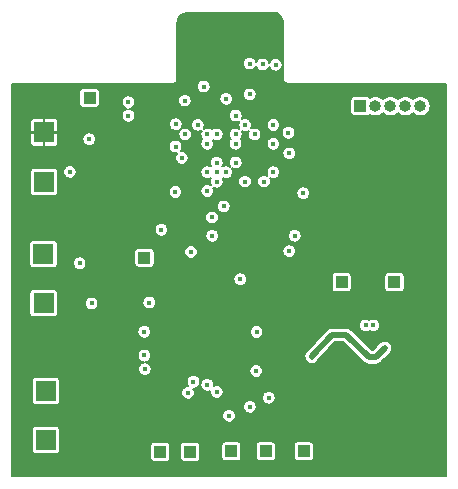
<source format=gbr>
G04 #@! TF.GenerationSoftware,KiCad,Pcbnew,(5.1.0)-1*
G04 #@! TF.CreationDate,2019-08-27T14:04:21-07:00*
G04 #@! TF.ProjectId,SDCard-PCB,53444361-7264-42d5-9043-422e6b696361,rev?*
G04 #@! TF.SameCoordinates,Original*
G04 #@! TF.FileFunction,Copper,L2,Inr*
G04 #@! TF.FilePolarity,Positive*
%FSLAX46Y46*%
G04 Gerber Fmt 4.6, Leading zero omitted, Abs format (unit mm)*
G04 Created by KiCad (PCBNEW (5.1.0)-1) date 2019-08-27 14:04:21*
%MOMM*%
%LPD*%
G04 APERTURE LIST*
%ADD10R,1.000000X1.000000*%
%ADD11R,1.700000X1.700000*%
%ADD12O,1.000000X1.000000*%
%ADD13C,0.450000*%
%ADD14C,0.508000*%
%ADD15C,0.203200*%
G04 APERTURE END LIST*
D10*
X132753100Y-70205600D03*
X128282700Y-70205600D03*
X125082300Y-84518500D03*
X121856500Y-84518500D03*
X118940580Y-84521040D03*
X111582200Y-68122800D03*
X115455700Y-84543900D03*
X112928400Y-84556600D03*
X106934000Y-54584600D03*
D11*
X103238300Y-83563100D03*
X103238300Y-79413100D03*
D12*
X134955280Y-55298340D03*
X133685280Y-55298340D03*
X132415280Y-55298340D03*
X131145280Y-55298340D03*
D10*
X129875280Y-55298340D03*
D11*
X103093100Y-57513900D03*
X103035100Y-67823900D03*
X103043100Y-71973900D03*
X103093100Y-61713900D03*
D13*
X117205760Y-51635660D03*
X110909100Y-56822340D03*
X110970060Y-62565280D03*
X130558540Y-72006460D03*
X127492760Y-73784460D03*
X131977180Y-74692460D03*
X132405120Y-80307180D03*
X130479800Y-62217300D03*
X131457700Y-65275460D03*
X128991360Y-58930540D03*
X126682500Y-62638940D03*
X118498620Y-59291220D03*
X120903800Y-60883600D03*
X127368300Y-57658000D03*
X116340000Y-77890000D03*
X118284600Y-78755600D03*
X121557300Y-71249900D03*
X121640600Y-75311000D03*
X121043700Y-76936600D03*
X121640600Y-73431400D03*
X109664500Y-75184000D03*
X109639100Y-77558900D03*
X111175800Y-79375000D03*
X120980200Y-67144900D03*
X116497100Y-64058800D03*
X120103850Y-59283650D03*
X114206020Y-62567820D03*
X130959860Y-73855580D03*
X122501660Y-60888880D03*
X120098820Y-61681360D03*
X123780000Y-57550000D03*
X121043700Y-77711300D03*
X111620300Y-77558900D03*
X111569500Y-74396600D03*
X111582200Y-76403200D03*
X121081800Y-74409300D03*
X111988600Y-71920100D03*
X107111800Y-71996300D03*
X106095800Y-68592700D03*
X117703600Y-57683400D03*
X122504200Y-58483500D03*
X119319040Y-60065920D03*
X119689880Y-69949060D03*
X130317240Y-73855580D03*
X115735100Y-78625700D03*
X115277900Y-79565500D03*
X117710000Y-60880000D03*
X118290000Y-63780000D03*
X114239040Y-56822340D03*
X125036580Y-62661800D03*
X118506240Y-60883800D03*
X121701560Y-61681360D03*
X119300000Y-58480110D03*
X117319900Y-66268600D03*
X124307600Y-66268600D03*
X106908600Y-58089800D03*
X116903500Y-57683400D03*
X116903504Y-60883800D03*
X105270300Y-60858400D03*
X122500000Y-56890000D03*
X116900002Y-78880000D03*
X116900000Y-62470000D03*
X117710000Y-79490000D03*
X117710000Y-61690000D03*
X120110000Y-56890000D03*
X120510000Y-80750000D03*
X118740000Y-81510000D03*
X119310000Y-57689890D03*
X125745240Y-76527660D03*
X127502920Y-74676000D03*
X130561080Y-76560680D03*
X131966200Y-75752460D03*
X123840000Y-67570000D03*
X123840000Y-59290000D03*
X120904000Y-57683400D03*
X122110500Y-79984600D03*
X115006120Y-54823360D03*
X115026440Y-57691020D03*
X121592340Y-51765200D03*
X122699780Y-51798220D03*
X120500000Y-54300000D03*
X110230000Y-54950000D03*
X110230000Y-56100000D03*
X119310000Y-56090000D03*
X113020000Y-65760000D03*
X116100000Y-56880000D03*
X114220000Y-58710000D03*
X116900000Y-58480000D03*
X117310000Y-64720000D03*
X117700000Y-60080000D03*
X115520000Y-67640000D03*
X114750000Y-59680000D03*
X116611400Y-53632100D03*
X118506240Y-54670960D03*
X120497600Y-51694080D03*
D14*
X125745240Y-76433680D02*
X127502920Y-74676000D01*
X125745240Y-76527660D02*
X125745240Y-76433680D01*
X128676400Y-74676000D02*
X130561080Y-76560680D01*
X127502920Y-74676000D02*
X128676400Y-74676000D01*
X131157980Y-76560680D02*
X131966200Y-75752460D01*
X130561080Y-76560680D02*
X131157980Y-76560680D01*
D15*
G36*
X122618515Y-47398949D02*
G01*
X122780606Y-47447887D01*
X122930107Y-47527378D01*
X123061323Y-47634394D01*
X123169254Y-47764860D01*
X123249785Y-47913802D01*
X123299855Y-48075550D01*
X123319400Y-48261506D01*
X123319401Y-52981297D01*
X123317559Y-53000000D01*
X123324907Y-53074611D01*
X123346671Y-53146354D01*
X123382012Y-53212473D01*
X123429573Y-53270427D01*
X123487527Y-53317988D01*
X123553646Y-53353329D01*
X123625389Y-53375093D01*
X123681307Y-53380600D01*
X123700000Y-53382441D01*
X123718693Y-53380600D01*
X137119400Y-53380600D01*
X137119401Y-86619400D01*
X100380600Y-86619400D01*
X100380600Y-82713100D01*
X102030980Y-82713100D01*
X102030980Y-84413100D01*
X102037846Y-84482810D01*
X102058179Y-84549840D01*
X102091199Y-84611616D01*
X102135637Y-84665763D01*
X102189784Y-84710201D01*
X102251560Y-84743221D01*
X102318590Y-84763554D01*
X102388300Y-84770420D01*
X104088300Y-84770420D01*
X104158010Y-84763554D01*
X104225040Y-84743221D01*
X104286816Y-84710201D01*
X104340963Y-84665763D01*
X104385401Y-84611616D01*
X104418421Y-84549840D01*
X104438754Y-84482810D01*
X104445620Y-84413100D01*
X104445620Y-84056600D01*
X112071080Y-84056600D01*
X112071080Y-85056600D01*
X112077946Y-85126310D01*
X112098279Y-85193340D01*
X112131299Y-85255116D01*
X112175737Y-85309263D01*
X112229884Y-85353701D01*
X112291660Y-85386721D01*
X112358690Y-85407054D01*
X112428400Y-85413920D01*
X113428400Y-85413920D01*
X113498110Y-85407054D01*
X113565140Y-85386721D01*
X113626916Y-85353701D01*
X113681063Y-85309263D01*
X113725501Y-85255116D01*
X113758521Y-85193340D01*
X113778854Y-85126310D01*
X113785720Y-85056600D01*
X113785720Y-84056600D01*
X113784470Y-84043900D01*
X114598380Y-84043900D01*
X114598380Y-85043900D01*
X114605246Y-85113610D01*
X114625579Y-85180640D01*
X114658599Y-85242416D01*
X114703037Y-85296563D01*
X114757184Y-85341001D01*
X114818960Y-85374021D01*
X114885990Y-85394354D01*
X114955700Y-85401220D01*
X115955700Y-85401220D01*
X116025410Y-85394354D01*
X116092440Y-85374021D01*
X116154216Y-85341001D01*
X116208363Y-85296563D01*
X116252801Y-85242416D01*
X116285821Y-85180640D01*
X116306154Y-85113610D01*
X116313020Y-85043900D01*
X116313020Y-84043900D01*
X116310769Y-84021040D01*
X118083260Y-84021040D01*
X118083260Y-85021040D01*
X118090126Y-85090750D01*
X118110459Y-85157780D01*
X118143479Y-85219556D01*
X118187917Y-85273703D01*
X118242064Y-85318141D01*
X118303840Y-85351161D01*
X118370870Y-85371494D01*
X118440580Y-85378360D01*
X119440580Y-85378360D01*
X119510290Y-85371494D01*
X119577320Y-85351161D01*
X119639096Y-85318141D01*
X119693243Y-85273703D01*
X119737681Y-85219556D01*
X119770701Y-85157780D01*
X119791034Y-85090750D01*
X119797900Y-85021040D01*
X119797900Y-84021040D01*
X119797650Y-84018500D01*
X120999180Y-84018500D01*
X120999180Y-85018500D01*
X121006046Y-85088210D01*
X121026379Y-85155240D01*
X121059399Y-85217016D01*
X121103837Y-85271163D01*
X121157984Y-85315601D01*
X121219760Y-85348621D01*
X121286790Y-85368954D01*
X121356500Y-85375820D01*
X122356500Y-85375820D01*
X122426210Y-85368954D01*
X122493240Y-85348621D01*
X122555016Y-85315601D01*
X122609163Y-85271163D01*
X122653601Y-85217016D01*
X122686621Y-85155240D01*
X122706954Y-85088210D01*
X122713820Y-85018500D01*
X122713820Y-84018500D01*
X124224980Y-84018500D01*
X124224980Y-85018500D01*
X124231846Y-85088210D01*
X124252179Y-85155240D01*
X124285199Y-85217016D01*
X124329637Y-85271163D01*
X124383784Y-85315601D01*
X124445560Y-85348621D01*
X124512590Y-85368954D01*
X124582300Y-85375820D01*
X125582300Y-85375820D01*
X125652010Y-85368954D01*
X125719040Y-85348621D01*
X125780816Y-85315601D01*
X125834963Y-85271163D01*
X125879401Y-85217016D01*
X125912421Y-85155240D01*
X125932754Y-85088210D01*
X125939620Y-85018500D01*
X125939620Y-84018500D01*
X125932754Y-83948790D01*
X125912421Y-83881760D01*
X125879401Y-83819984D01*
X125834963Y-83765837D01*
X125780816Y-83721399D01*
X125719040Y-83688379D01*
X125652010Y-83668046D01*
X125582300Y-83661180D01*
X124582300Y-83661180D01*
X124512590Y-83668046D01*
X124445560Y-83688379D01*
X124383784Y-83721399D01*
X124329637Y-83765837D01*
X124285199Y-83819984D01*
X124252179Y-83881760D01*
X124231846Y-83948790D01*
X124224980Y-84018500D01*
X122713820Y-84018500D01*
X122706954Y-83948790D01*
X122686621Y-83881760D01*
X122653601Y-83819984D01*
X122609163Y-83765837D01*
X122555016Y-83721399D01*
X122493240Y-83688379D01*
X122426210Y-83668046D01*
X122356500Y-83661180D01*
X121356500Y-83661180D01*
X121286790Y-83668046D01*
X121219760Y-83688379D01*
X121157984Y-83721399D01*
X121103837Y-83765837D01*
X121059399Y-83819984D01*
X121026379Y-83881760D01*
X121006046Y-83948790D01*
X120999180Y-84018500D01*
X119797650Y-84018500D01*
X119791034Y-83951330D01*
X119770701Y-83884300D01*
X119737681Y-83822524D01*
X119693243Y-83768377D01*
X119639096Y-83723939D01*
X119577320Y-83690919D01*
X119510290Y-83670586D01*
X119440580Y-83663720D01*
X118440580Y-83663720D01*
X118370870Y-83670586D01*
X118303840Y-83690919D01*
X118242064Y-83723939D01*
X118187917Y-83768377D01*
X118143479Y-83822524D01*
X118110459Y-83884300D01*
X118090126Y-83951330D01*
X118083260Y-84021040D01*
X116310769Y-84021040D01*
X116306154Y-83974190D01*
X116285821Y-83907160D01*
X116252801Y-83845384D01*
X116208363Y-83791237D01*
X116154216Y-83746799D01*
X116092440Y-83713779D01*
X116025410Y-83693446D01*
X115955700Y-83686580D01*
X114955700Y-83686580D01*
X114885990Y-83693446D01*
X114818960Y-83713779D01*
X114757184Y-83746799D01*
X114703037Y-83791237D01*
X114658599Y-83845384D01*
X114625579Y-83907160D01*
X114605246Y-83974190D01*
X114598380Y-84043900D01*
X113784470Y-84043900D01*
X113778854Y-83986890D01*
X113758521Y-83919860D01*
X113725501Y-83858084D01*
X113681063Y-83803937D01*
X113626916Y-83759499D01*
X113565140Y-83726479D01*
X113498110Y-83706146D01*
X113428400Y-83699280D01*
X112428400Y-83699280D01*
X112358690Y-83706146D01*
X112291660Y-83726479D01*
X112229884Y-83759499D01*
X112175737Y-83803937D01*
X112131299Y-83858084D01*
X112098279Y-83919860D01*
X112077946Y-83986890D01*
X112071080Y-84056600D01*
X104445620Y-84056600D01*
X104445620Y-82713100D01*
X104438754Y-82643390D01*
X104418421Y-82576360D01*
X104385401Y-82514584D01*
X104340963Y-82460437D01*
X104286816Y-82415999D01*
X104225040Y-82382979D01*
X104158010Y-82362646D01*
X104088300Y-82355780D01*
X102388300Y-82355780D01*
X102318590Y-82362646D01*
X102251560Y-82382979D01*
X102189784Y-82415999D01*
X102135637Y-82460437D01*
X102091199Y-82514584D01*
X102058179Y-82576360D01*
X102037846Y-82643390D01*
X102030980Y-82713100D01*
X100380600Y-82713100D01*
X100380600Y-81452816D01*
X118159400Y-81452816D01*
X118159400Y-81567184D01*
X118181712Y-81679355D01*
X118225479Y-81785017D01*
X118289019Y-81880111D01*
X118369889Y-81960981D01*
X118464983Y-82024521D01*
X118570645Y-82068288D01*
X118682816Y-82090600D01*
X118797184Y-82090600D01*
X118909355Y-82068288D01*
X119015017Y-82024521D01*
X119110111Y-81960981D01*
X119190981Y-81880111D01*
X119254521Y-81785017D01*
X119298288Y-81679355D01*
X119320600Y-81567184D01*
X119320600Y-81452816D01*
X119298288Y-81340645D01*
X119254521Y-81234983D01*
X119190981Y-81139889D01*
X119110111Y-81059019D01*
X119015017Y-80995479D01*
X118909355Y-80951712D01*
X118797184Y-80929400D01*
X118682816Y-80929400D01*
X118570645Y-80951712D01*
X118464983Y-80995479D01*
X118369889Y-81059019D01*
X118289019Y-81139889D01*
X118225479Y-81234983D01*
X118181712Y-81340645D01*
X118159400Y-81452816D01*
X100380600Y-81452816D01*
X100380600Y-80692816D01*
X119929400Y-80692816D01*
X119929400Y-80807184D01*
X119951712Y-80919355D01*
X119995479Y-81025017D01*
X120059019Y-81120111D01*
X120139889Y-81200981D01*
X120234983Y-81264521D01*
X120340645Y-81308288D01*
X120452816Y-81330600D01*
X120567184Y-81330600D01*
X120679355Y-81308288D01*
X120785017Y-81264521D01*
X120880111Y-81200981D01*
X120960981Y-81120111D01*
X121024521Y-81025017D01*
X121068288Y-80919355D01*
X121090600Y-80807184D01*
X121090600Y-80692816D01*
X121068288Y-80580645D01*
X121024521Y-80474983D01*
X120960981Y-80379889D01*
X120880111Y-80299019D01*
X120785017Y-80235479D01*
X120679355Y-80191712D01*
X120567184Y-80169400D01*
X120452816Y-80169400D01*
X120340645Y-80191712D01*
X120234983Y-80235479D01*
X120139889Y-80299019D01*
X120059019Y-80379889D01*
X119995479Y-80474983D01*
X119951712Y-80580645D01*
X119929400Y-80692816D01*
X100380600Y-80692816D01*
X100380600Y-78563100D01*
X102030980Y-78563100D01*
X102030980Y-80263100D01*
X102037846Y-80332810D01*
X102058179Y-80399840D01*
X102091199Y-80461616D01*
X102135637Y-80515763D01*
X102189784Y-80560201D01*
X102251560Y-80593221D01*
X102318590Y-80613554D01*
X102388300Y-80620420D01*
X104088300Y-80620420D01*
X104158010Y-80613554D01*
X104225040Y-80593221D01*
X104286816Y-80560201D01*
X104340963Y-80515763D01*
X104385401Y-80461616D01*
X104418421Y-80399840D01*
X104438754Y-80332810D01*
X104445620Y-80263100D01*
X104445620Y-79508316D01*
X114697300Y-79508316D01*
X114697300Y-79622684D01*
X114719612Y-79734855D01*
X114763379Y-79840517D01*
X114826919Y-79935611D01*
X114907789Y-80016481D01*
X115002883Y-80080021D01*
X115108545Y-80123788D01*
X115220716Y-80146100D01*
X115335084Y-80146100D01*
X115447255Y-80123788D01*
X115552917Y-80080021D01*
X115648011Y-80016481D01*
X115728881Y-79935611D01*
X115792421Y-79840517D01*
X115836188Y-79734855D01*
X115858500Y-79622684D01*
X115858500Y-79508316D01*
X115836188Y-79396145D01*
X115792421Y-79290483D01*
X115736172Y-79206300D01*
X115792284Y-79206300D01*
X115904455Y-79183988D01*
X116010117Y-79140221D01*
X116105211Y-79076681D01*
X116186081Y-78995811D01*
X116249621Y-78900717D01*
X116281888Y-78822816D01*
X116319402Y-78822816D01*
X116319402Y-78937184D01*
X116341714Y-79049355D01*
X116385481Y-79155017D01*
X116449021Y-79250111D01*
X116529891Y-79330981D01*
X116624985Y-79394521D01*
X116730647Y-79438288D01*
X116842818Y-79460600D01*
X116957186Y-79460600D01*
X117069357Y-79438288D01*
X117133605Y-79411675D01*
X117129400Y-79432816D01*
X117129400Y-79547184D01*
X117151712Y-79659355D01*
X117195479Y-79765017D01*
X117259019Y-79860111D01*
X117339889Y-79940981D01*
X117434983Y-80004521D01*
X117540645Y-80048288D01*
X117652816Y-80070600D01*
X117767184Y-80070600D01*
X117879355Y-80048288D01*
X117985017Y-80004521D01*
X118080111Y-79940981D01*
X118093676Y-79927416D01*
X121529900Y-79927416D01*
X121529900Y-80041784D01*
X121552212Y-80153955D01*
X121595979Y-80259617D01*
X121659519Y-80354711D01*
X121740389Y-80435581D01*
X121835483Y-80499121D01*
X121941145Y-80542888D01*
X122053316Y-80565200D01*
X122167684Y-80565200D01*
X122279855Y-80542888D01*
X122385517Y-80499121D01*
X122480611Y-80435581D01*
X122561481Y-80354711D01*
X122625021Y-80259617D01*
X122668788Y-80153955D01*
X122691100Y-80041784D01*
X122691100Y-79927416D01*
X122668788Y-79815245D01*
X122625021Y-79709583D01*
X122561481Y-79614489D01*
X122480611Y-79533619D01*
X122385517Y-79470079D01*
X122279855Y-79426312D01*
X122167684Y-79404000D01*
X122053316Y-79404000D01*
X121941145Y-79426312D01*
X121835483Y-79470079D01*
X121740389Y-79533619D01*
X121659519Y-79614489D01*
X121595979Y-79709583D01*
X121552212Y-79815245D01*
X121529900Y-79927416D01*
X118093676Y-79927416D01*
X118160981Y-79860111D01*
X118224521Y-79765017D01*
X118268288Y-79659355D01*
X118290600Y-79547184D01*
X118290600Y-79432816D01*
X118268288Y-79320645D01*
X118224521Y-79214983D01*
X118160981Y-79119889D01*
X118080111Y-79039019D01*
X117985017Y-78975479D01*
X117879355Y-78931712D01*
X117767184Y-78909400D01*
X117652816Y-78909400D01*
X117540645Y-78931712D01*
X117476397Y-78958325D01*
X117480602Y-78937184D01*
X117480602Y-78822816D01*
X117458290Y-78710645D01*
X117414523Y-78604983D01*
X117350983Y-78509889D01*
X117270113Y-78429019D01*
X117175019Y-78365479D01*
X117069357Y-78321712D01*
X116957186Y-78299400D01*
X116842818Y-78299400D01*
X116730647Y-78321712D01*
X116624985Y-78365479D01*
X116529891Y-78429019D01*
X116449021Y-78509889D01*
X116385481Y-78604983D01*
X116341714Y-78710645D01*
X116319402Y-78822816D01*
X116281888Y-78822816D01*
X116293388Y-78795055D01*
X116315700Y-78682884D01*
X116315700Y-78568516D01*
X116293388Y-78456345D01*
X116249621Y-78350683D01*
X116186081Y-78255589D01*
X116105211Y-78174719D01*
X116010117Y-78111179D01*
X115904455Y-78067412D01*
X115792284Y-78045100D01*
X115677916Y-78045100D01*
X115565745Y-78067412D01*
X115460083Y-78111179D01*
X115364989Y-78174719D01*
X115284119Y-78255589D01*
X115220579Y-78350683D01*
X115176812Y-78456345D01*
X115154500Y-78568516D01*
X115154500Y-78682884D01*
X115176812Y-78795055D01*
X115220579Y-78900717D01*
X115276828Y-78984900D01*
X115220716Y-78984900D01*
X115108545Y-79007212D01*
X115002883Y-79050979D01*
X114907789Y-79114519D01*
X114826919Y-79195389D01*
X114763379Y-79290483D01*
X114719612Y-79396145D01*
X114697300Y-79508316D01*
X104445620Y-79508316D01*
X104445620Y-78563100D01*
X104438754Y-78493390D01*
X104418421Y-78426360D01*
X104385401Y-78364584D01*
X104340963Y-78310437D01*
X104286816Y-78265999D01*
X104225040Y-78232979D01*
X104158010Y-78212646D01*
X104088300Y-78205780D01*
X102388300Y-78205780D01*
X102318590Y-78212646D01*
X102251560Y-78232979D01*
X102189784Y-78265999D01*
X102135637Y-78310437D01*
X102091199Y-78364584D01*
X102058179Y-78426360D01*
X102037846Y-78493390D01*
X102030980Y-78563100D01*
X100380600Y-78563100D01*
X100380600Y-76346016D01*
X111001600Y-76346016D01*
X111001600Y-76460384D01*
X111023912Y-76572555D01*
X111067679Y-76678217D01*
X111131219Y-76773311D01*
X111212089Y-76854181D01*
X111307183Y-76917721D01*
X111412845Y-76961488D01*
X111525016Y-76983800D01*
X111535465Y-76983800D01*
X111450945Y-77000612D01*
X111345283Y-77044379D01*
X111250189Y-77107919D01*
X111169319Y-77188789D01*
X111105779Y-77283883D01*
X111062012Y-77389545D01*
X111039700Y-77501716D01*
X111039700Y-77616084D01*
X111062012Y-77728255D01*
X111105779Y-77833917D01*
X111169319Y-77929011D01*
X111250189Y-78009881D01*
X111345283Y-78073421D01*
X111450945Y-78117188D01*
X111563116Y-78139500D01*
X111677484Y-78139500D01*
X111789655Y-78117188D01*
X111895317Y-78073421D01*
X111990411Y-78009881D01*
X112071281Y-77929011D01*
X112134821Y-77833917D01*
X112178588Y-77728255D01*
X112193335Y-77654116D01*
X120463100Y-77654116D01*
X120463100Y-77768484D01*
X120485412Y-77880655D01*
X120529179Y-77986317D01*
X120592719Y-78081411D01*
X120673589Y-78162281D01*
X120768683Y-78225821D01*
X120874345Y-78269588D01*
X120986516Y-78291900D01*
X121100884Y-78291900D01*
X121213055Y-78269588D01*
X121318717Y-78225821D01*
X121413811Y-78162281D01*
X121494681Y-78081411D01*
X121558221Y-77986317D01*
X121601988Y-77880655D01*
X121624300Y-77768484D01*
X121624300Y-77654116D01*
X121601988Y-77541945D01*
X121558221Y-77436283D01*
X121494681Y-77341189D01*
X121413811Y-77260319D01*
X121318717Y-77196779D01*
X121213055Y-77153012D01*
X121100884Y-77130700D01*
X120986516Y-77130700D01*
X120874345Y-77153012D01*
X120768683Y-77196779D01*
X120673589Y-77260319D01*
X120592719Y-77341189D01*
X120529179Y-77436283D01*
X120485412Y-77541945D01*
X120463100Y-77654116D01*
X112193335Y-77654116D01*
X112200900Y-77616084D01*
X112200900Y-77501716D01*
X112178588Y-77389545D01*
X112134821Y-77283883D01*
X112071281Y-77188789D01*
X111990411Y-77107919D01*
X111895317Y-77044379D01*
X111789655Y-77000612D01*
X111677484Y-76978300D01*
X111667035Y-76978300D01*
X111751555Y-76961488D01*
X111857217Y-76917721D01*
X111952311Y-76854181D01*
X112033181Y-76773311D01*
X112096721Y-76678217D01*
X112140488Y-76572555D01*
X112162800Y-76460384D01*
X112162800Y-76433680D01*
X125132691Y-76433680D01*
X125135640Y-76463621D01*
X125135640Y-76557600D01*
X125144461Y-76647161D01*
X125179319Y-76762071D01*
X125235924Y-76867973D01*
X125312102Y-76960798D01*
X125404926Y-77036976D01*
X125510828Y-77093581D01*
X125625738Y-77128439D01*
X125745240Y-77140209D01*
X125864741Y-77128439D01*
X125979651Y-77093581D01*
X126085553Y-77036976D01*
X126178378Y-76960798D01*
X126254556Y-76867974D01*
X126311161Y-76762072D01*
X126325187Y-76715837D01*
X127755424Y-75285600D01*
X128423897Y-75285600D01*
X130108849Y-76970553D01*
X130127942Y-76993818D01*
X130220766Y-77069996D01*
X130326668Y-77126601D01*
X130375058Y-77141280D01*
X130441577Y-77161459D01*
X130561079Y-77173229D01*
X130591021Y-77170280D01*
X131128039Y-77170280D01*
X131157980Y-77173229D01*
X131187921Y-77170280D01*
X131277482Y-77161459D01*
X131392392Y-77126601D01*
X131498294Y-77069996D01*
X131591118Y-76993818D01*
X131610215Y-76970548D01*
X132418424Y-76162341D01*
X132475515Y-76092775D01*
X132532121Y-75986873D01*
X132566979Y-75871963D01*
X132578749Y-75752460D01*
X132566979Y-75632958D01*
X132532121Y-75518048D01*
X132475515Y-75412146D01*
X132399337Y-75319323D01*
X132306514Y-75243145D01*
X132200612Y-75186539D01*
X132085702Y-75151681D01*
X131966200Y-75139911D01*
X131846697Y-75151681D01*
X131731787Y-75186539D01*
X131625885Y-75243145D01*
X131556319Y-75300236D01*
X130905477Y-75951080D01*
X130813584Y-75951080D01*
X129128635Y-74266132D01*
X129109538Y-74242862D01*
X129016714Y-74166684D01*
X128910812Y-74110079D01*
X128795902Y-74075221D01*
X128706341Y-74066400D01*
X128676400Y-74063451D01*
X128646459Y-74066400D01*
X127532861Y-74066400D01*
X127502920Y-74063451D01*
X127383417Y-74075221D01*
X127348559Y-74085795D01*
X127268508Y-74110079D01*
X127162606Y-74166684D01*
X127069782Y-74242862D01*
X127050689Y-74266127D01*
X125335367Y-75981450D01*
X125312103Y-76000542D01*
X125235924Y-76093366D01*
X125179319Y-76199268D01*
X125144461Y-76314178D01*
X125132691Y-76433680D01*
X112162800Y-76433680D01*
X112162800Y-76346016D01*
X112140488Y-76233845D01*
X112096721Y-76128183D01*
X112033181Y-76033089D01*
X111952311Y-75952219D01*
X111857217Y-75888679D01*
X111751555Y-75844912D01*
X111639384Y-75822600D01*
X111525016Y-75822600D01*
X111412845Y-75844912D01*
X111307183Y-75888679D01*
X111212089Y-75952219D01*
X111131219Y-76033089D01*
X111067679Y-76128183D01*
X111023912Y-76233845D01*
X111001600Y-76346016D01*
X100380600Y-76346016D01*
X100380600Y-74339416D01*
X110988900Y-74339416D01*
X110988900Y-74453784D01*
X111011212Y-74565955D01*
X111054979Y-74671617D01*
X111118519Y-74766711D01*
X111199389Y-74847581D01*
X111294483Y-74911121D01*
X111400145Y-74954888D01*
X111512316Y-74977200D01*
X111626684Y-74977200D01*
X111738855Y-74954888D01*
X111844517Y-74911121D01*
X111939611Y-74847581D01*
X112020481Y-74766711D01*
X112084021Y-74671617D01*
X112127788Y-74565955D01*
X112150100Y-74453784D01*
X112150100Y-74352116D01*
X120501200Y-74352116D01*
X120501200Y-74466484D01*
X120523512Y-74578655D01*
X120567279Y-74684317D01*
X120630819Y-74779411D01*
X120711689Y-74860281D01*
X120806783Y-74923821D01*
X120912445Y-74967588D01*
X121024616Y-74989900D01*
X121138984Y-74989900D01*
X121251155Y-74967588D01*
X121356817Y-74923821D01*
X121451911Y-74860281D01*
X121532781Y-74779411D01*
X121596321Y-74684317D01*
X121640088Y-74578655D01*
X121662400Y-74466484D01*
X121662400Y-74352116D01*
X121640088Y-74239945D01*
X121596321Y-74134283D01*
X121532781Y-74039189D01*
X121451911Y-73958319D01*
X121356817Y-73894779D01*
X121251155Y-73851012D01*
X121138984Y-73828700D01*
X121024616Y-73828700D01*
X120912445Y-73851012D01*
X120806783Y-73894779D01*
X120711689Y-73958319D01*
X120630819Y-74039189D01*
X120567279Y-74134283D01*
X120523512Y-74239945D01*
X120501200Y-74352116D01*
X112150100Y-74352116D01*
X112150100Y-74339416D01*
X112127788Y-74227245D01*
X112084021Y-74121583D01*
X112020481Y-74026489D01*
X111939611Y-73945619D01*
X111844517Y-73882079D01*
X111738855Y-73838312D01*
X111626684Y-73816000D01*
X111512316Y-73816000D01*
X111400145Y-73838312D01*
X111294483Y-73882079D01*
X111199389Y-73945619D01*
X111118519Y-74026489D01*
X111054979Y-74121583D01*
X111011212Y-74227245D01*
X110988900Y-74339416D01*
X100380600Y-74339416D01*
X100380600Y-73798396D01*
X129736640Y-73798396D01*
X129736640Y-73912764D01*
X129758952Y-74024935D01*
X129802719Y-74130597D01*
X129866259Y-74225691D01*
X129947129Y-74306561D01*
X130042223Y-74370101D01*
X130147885Y-74413868D01*
X130260056Y-74436180D01*
X130374424Y-74436180D01*
X130486595Y-74413868D01*
X130592257Y-74370101D01*
X130638550Y-74339169D01*
X130684843Y-74370101D01*
X130790505Y-74413868D01*
X130902676Y-74436180D01*
X131017044Y-74436180D01*
X131129215Y-74413868D01*
X131234877Y-74370101D01*
X131329971Y-74306561D01*
X131410841Y-74225691D01*
X131474381Y-74130597D01*
X131518148Y-74024935D01*
X131540460Y-73912764D01*
X131540460Y-73798396D01*
X131518148Y-73686225D01*
X131474381Y-73580563D01*
X131410841Y-73485469D01*
X131329971Y-73404599D01*
X131234877Y-73341059D01*
X131129215Y-73297292D01*
X131017044Y-73274980D01*
X130902676Y-73274980D01*
X130790505Y-73297292D01*
X130684843Y-73341059D01*
X130638550Y-73371991D01*
X130592257Y-73341059D01*
X130486595Y-73297292D01*
X130374424Y-73274980D01*
X130260056Y-73274980D01*
X130147885Y-73297292D01*
X130042223Y-73341059D01*
X129947129Y-73404599D01*
X129866259Y-73485469D01*
X129802719Y-73580563D01*
X129758952Y-73686225D01*
X129736640Y-73798396D01*
X100380600Y-73798396D01*
X100380600Y-71123900D01*
X101835780Y-71123900D01*
X101835780Y-72823900D01*
X101842646Y-72893610D01*
X101862979Y-72960640D01*
X101895999Y-73022416D01*
X101940437Y-73076563D01*
X101994584Y-73121001D01*
X102056360Y-73154021D01*
X102123390Y-73174354D01*
X102193100Y-73181220D01*
X103893100Y-73181220D01*
X103962810Y-73174354D01*
X104029840Y-73154021D01*
X104091616Y-73121001D01*
X104145763Y-73076563D01*
X104190201Y-73022416D01*
X104223221Y-72960640D01*
X104243554Y-72893610D01*
X104250420Y-72823900D01*
X104250420Y-71939116D01*
X106531200Y-71939116D01*
X106531200Y-72053484D01*
X106553512Y-72165655D01*
X106597279Y-72271317D01*
X106660819Y-72366411D01*
X106741689Y-72447281D01*
X106836783Y-72510821D01*
X106942445Y-72554588D01*
X107054616Y-72576900D01*
X107168984Y-72576900D01*
X107281155Y-72554588D01*
X107386817Y-72510821D01*
X107481911Y-72447281D01*
X107562781Y-72366411D01*
X107626321Y-72271317D01*
X107670088Y-72165655D01*
X107692400Y-72053484D01*
X107692400Y-71939116D01*
X107677244Y-71862916D01*
X111408000Y-71862916D01*
X111408000Y-71977284D01*
X111430312Y-72089455D01*
X111474079Y-72195117D01*
X111537619Y-72290211D01*
X111618489Y-72371081D01*
X111713583Y-72434621D01*
X111819245Y-72478388D01*
X111931416Y-72500700D01*
X112045784Y-72500700D01*
X112157955Y-72478388D01*
X112263617Y-72434621D01*
X112358711Y-72371081D01*
X112439581Y-72290211D01*
X112503121Y-72195117D01*
X112546888Y-72089455D01*
X112569200Y-71977284D01*
X112569200Y-71862916D01*
X112546888Y-71750745D01*
X112503121Y-71645083D01*
X112439581Y-71549989D01*
X112358711Y-71469119D01*
X112263617Y-71405579D01*
X112157955Y-71361812D01*
X112045784Y-71339500D01*
X111931416Y-71339500D01*
X111819245Y-71361812D01*
X111713583Y-71405579D01*
X111618489Y-71469119D01*
X111537619Y-71549989D01*
X111474079Y-71645083D01*
X111430312Y-71750745D01*
X111408000Y-71862916D01*
X107677244Y-71862916D01*
X107670088Y-71826945D01*
X107626321Y-71721283D01*
X107562781Y-71626189D01*
X107481911Y-71545319D01*
X107386817Y-71481779D01*
X107281155Y-71438012D01*
X107168984Y-71415700D01*
X107054616Y-71415700D01*
X106942445Y-71438012D01*
X106836783Y-71481779D01*
X106741689Y-71545319D01*
X106660819Y-71626189D01*
X106597279Y-71721283D01*
X106553512Y-71826945D01*
X106531200Y-71939116D01*
X104250420Y-71939116D01*
X104250420Y-71123900D01*
X104243554Y-71054190D01*
X104223221Y-70987160D01*
X104190201Y-70925384D01*
X104145763Y-70871237D01*
X104091616Y-70826799D01*
X104029840Y-70793779D01*
X103962810Y-70773446D01*
X103893100Y-70766580D01*
X102193100Y-70766580D01*
X102123390Y-70773446D01*
X102056360Y-70793779D01*
X101994584Y-70826799D01*
X101940437Y-70871237D01*
X101895999Y-70925384D01*
X101862979Y-70987160D01*
X101842646Y-71054190D01*
X101835780Y-71123900D01*
X100380600Y-71123900D01*
X100380600Y-69891876D01*
X119109280Y-69891876D01*
X119109280Y-70006244D01*
X119131592Y-70118415D01*
X119175359Y-70224077D01*
X119238899Y-70319171D01*
X119319769Y-70400041D01*
X119414863Y-70463581D01*
X119520525Y-70507348D01*
X119632696Y-70529660D01*
X119747064Y-70529660D01*
X119859235Y-70507348D01*
X119964897Y-70463581D01*
X120059991Y-70400041D01*
X120140861Y-70319171D01*
X120204401Y-70224077D01*
X120248168Y-70118415D01*
X120270480Y-70006244D01*
X120270480Y-69891876D01*
X120248168Y-69779705D01*
X120217473Y-69705600D01*
X127425380Y-69705600D01*
X127425380Y-70705600D01*
X127432246Y-70775310D01*
X127452579Y-70842340D01*
X127485599Y-70904116D01*
X127530037Y-70958263D01*
X127584184Y-71002701D01*
X127645960Y-71035721D01*
X127712990Y-71056054D01*
X127782700Y-71062920D01*
X128782700Y-71062920D01*
X128852410Y-71056054D01*
X128919440Y-71035721D01*
X128981216Y-71002701D01*
X129035363Y-70958263D01*
X129079801Y-70904116D01*
X129112821Y-70842340D01*
X129133154Y-70775310D01*
X129140020Y-70705600D01*
X129140020Y-69705600D01*
X131895780Y-69705600D01*
X131895780Y-70705600D01*
X131902646Y-70775310D01*
X131922979Y-70842340D01*
X131955999Y-70904116D01*
X132000437Y-70958263D01*
X132054584Y-71002701D01*
X132116360Y-71035721D01*
X132183390Y-71056054D01*
X132253100Y-71062920D01*
X133253100Y-71062920D01*
X133322810Y-71056054D01*
X133389840Y-71035721D01*
X133451616Y-71002701D01*
X133505763Y-70958263D01*
X133550201Y-70904116D01*
X133583221Y-70842340D01*
X133603554Y-70775310D01*
X133610420Y-70705600D01*
X133610420Y-69705600D01*
X133603554Y-69635890D01*
X133583221Y-69568860D01*
X133550201Y-69507084D01*
X133505763Y-69452937D01*
X133451616Y-69408499D01*
X133389840Y-69375479D01*
X133322810Y-69355146D01*
X133253100Y-69348280D01*
X132253100Y-69348280D01*
X132183390Y-69355146D01*
X132116360Y-69375479D01*
X132054584Y-69408499D01*
X132000437Y-69452937D01*
X131955999Y-69507084D01*
X131922979Y-69568860D01*
X131902646Y-69635890D01*
X131895780Y-69705600D01*
X129140020Y-69705600D01*
X129133154Y-69635890D01*
X129112821Y-69568860D01*
X129079801Y-69507084D01*
X129035363Y-69452937D01*
X128981216Y-69408499D01*
X128919440Y-69375479D01*
X128852410Y-69355146D01*
X128782700Y-69348280D01*
X127782700Y-69348280D01*
X127712990Y-69355146D01*
X127645960Y-69375479D01*
X127584184Y-69408499D01*
X127530037Y-69452937D01*
X127485599Y-69507084D01*
X127452579Y-69568860D01*
X127432246Y-69635890D01*
X127425380Y-69705600D01*
X120217473Y-69705600D01*
X120204401Y-69674043D01*
X120140861Y-69578949D01*
X120059991Y-69498079D01*
X119964897Y-69434539D01*
X119859235Y-69390772D01*
X119747064Y-69368460D01*
X119632696Y-69368460D01*
X119520525Y-69390772D01*
X119414863Y-69434539D01*
X119319769Y-69498079D01*
X119238899Y-69578949D01*
X119175359Y-69674043D01*
X119131592Y-69779705D01*
X119109280Y-69891876D01*
X100380600Y-69891876D01*
X100380600Y-66973900D01*
X101827780Y-66973900D01*
X101827780Y-68673900D01*
X101834646Y-68743610D01*
X101854979Y-68810640D01*
X101887999Y-68872416D01*
X101932437Y-68926563D01*
X101986584Y-68971001D01*
X102048360Y-69004021D01*
X102115390Y-69024354D01*
X102185100Y-69031220D01*
X103885100Y-69031220D01*
X103954810Y-69024354D01*
X104021840Y-69004021D01*
X104083616Y-68971001D01*
X104137763Y-68926563D01*
X104182201Y-68872416D01*
X104215221Y-68810640D01*
X104235554Y-68743610D01*
X104242420Y-68673900D01*
X104242420Y-68535516D01*
X105515200Y-68535516D01*
X105515200Y-68649884D01*
X105537512Y-68762055D01*
X105581279Y-68867717D01*
X105644819Y-68962811D01*
X105725689Y-69043681D01*
X105820783Y-69107221D01*
X105926445Y-69150988D01*
X106038616Y-69173300D01*
X106152984Y-69173300D01*
X106265155Y-69150988D01*
X106370817Y-69107221D01*
X106465911Y-69043681D01*
X106546781Y-68962811D01*
X106610321Y-68867717D01*
X106654088Y-68762055D01*
X106676400Y-68649884D01*
X106676400Y-68535516D01*
X106654088Y-68423345D01*
X106610321Y-68317683D01*
X106546781Y-68222589D01*
X106465911Y-68141719D01*
X106370817Y-68078179D01*
X106265155Y-68034412D01*
X106152984Y-68012100D01*
X106038616Y-68012100D01*
X105926445Y-68034412D01*
X105820783Y-68078179D01*
X105725689Y-68141719D01*
X105644819Y-68222589D01*
X105581279Y-68317683D01*
X105537512Y-68423345D01*
X105515200Y-68535516D01*
X104242420Y-68535516D01*
X104242420Y-67622800D01*
X110724880Y-67622800D01*
X110724880Y-68622800D01*
X110731746Y-68692510D01*
X110752079Y-68759540D01*
X110785099Y-68821316D01*
X110829537Y-68875463D01*
X110883684Y-68919901D01*
X110945460Y-68952921D01*
X111012490Y-68973254D01*
X111082200Y-68980120D01*
X112082200Y-68980120D01*
X112151910Y-68973254D01*
X112218940Y-68952921D01*
X112280716Y-68919901D01*
X112334863Y-68875463D01*
X112379301Y-68821316D01*
X112412321Y-68759540D01*
X112432654Y-68692510D01*
X112439520Y-68622800D01*
X112439520Y-67622800D01*
X112435582Y-67582816D01*
X114939400Y-67582816D01*
X114939400Y-67697184D01*
X114961712Y-67809355D01*
X115005479Y-67915017D01*
X115069019Y-68010111D01*
X115149889Y-68090981D01*
X115244983Y-68154521D01*
X115350645Y-68198288D01*
X115462816Y-68220600D01*
X115577184Y-68220600D01*
X115689355Y-68198288D01*
X115795017Y-68154521D01*
X115890111Y-68090981D01*
X115970981Y-68010111D01*
X116034521Y-67915017D01*
X116078288Y-67809355D01*
X116100600Y-67697184D01*
X116100600Y-67582816D01*
X116086677Y-67512816D01*
X123259400Y-67512816D01*
X123259400Y-67627184D01*
X123281712Y-67739355D01*
X123325479Y-67845017D01*
X123389019Y-67940111D01*
X123469889Y-68020981D01*
X123564983Y-68084521D01*
X123670645Y-68128288D01*
X123782816Y-68150600D01*
X123897184Y-68150600D01*
X124009355Y-68128288D01*
X124115017Y-68084521D01*
X124210111Y-68020981D01*
X124290981Y-67940111D01*
X124354521Y-67845017D01*
X124398288Y-67739355D01*
X124420600Y-67627184D01*
X124420600Y-67512816D01*
X124398288Y-67400645D01*
X124354521Y-67294983D01*
X124290981Y-67199889D01*
X124210111Y-67119019D01*
X124115017Y-67055479D01*
X124009355Y-67011712D01*
X123897184Y-66989400D01*
X123782816Y-66989400D01*
X123670645Y-67011712D01*
X123564983Y-67055479D01*
X123469889Y-67119019D01*
X123389019Y-67199889D01*
X123325479Y-67294983D01*
X123281712Y-67400645D01*
X123259400Y-67512816D01*
X116086677Y-67512816D01*
X116078288Y-67470645D01*
X116034521Y-67364983D01*
X115970981Y-67269889D01*
X115890111Y-67189019D01*
X115795017Y-67125479D01*
X115689355Y-67081712D01*
X115577184Y-67059400D01*
X115462816Y-67059400D01*
X115350645Y-67081712D01*
X115244983Y-67125479D01*
X115149889Y-67189019D01*
X115069019Y-67269889D01*
X115005479Y-67364983D01*
X114961712Y-67470645D01*
X114939400Y-67582816D01*
X112435582Y-67582816D01*
X112432654Y-67553090D01*
X112412321Y-67486060D01*
X112379301Y-67424284D01*
X112334863Y-67370137D01*
X112280716Y-67325699D01*
X112218940Y-67292679D01*
X112151910Y-67272346D01*
X112082200Y-67265480D01*
X111082200Y-67265480D01*
X111012490Y-67272346D01*
X110945460Y-67292679D01*
X110883684Y-67325699D01*
X110829537Y-67370137D01*
X110785099Y-67424284D01*
X110752079Y-67486060D01*
X110731746Y-67553090D01*
X110724880Y-67622800D01*
X104242420Y-67622800D01*
X104242420Y-66973900D01*
X104235554Y-66904190D01*
X104215221Y-66837160D01*
X104182201Y-66775384D01*
X104137763Y-66721237D01*
X104083616Y-66676799D01*
X104021840Y-66643779D01*
X103954810Y-66623446D01*
X103885100Y-66616580D01*
X102185100Y-66616580D01*
X102115390Y-66623446D01*
X102048360Y-66643779D01*
X101986584Y-66676799D01*
X101932437Y-66721237D01*
X101887999Y-66775384D01*
X101854979Y-66837160D01*
X101834646Y-66904190D01*
X101827780Y-66973900D01*
X100380600Y-66973900D01*
X100380600Y-65702816D01*
X112439400Y-65702816D01*
X112439400Y-65817184D01*
X112461712Y-65929355D01*
X112505479Y-66035017D01*
X112569019Y-66130111D01*
X112649889Y-66210981D01*
X112744983Y-66274521D01*
X112850645Y-66318288D01*
X112962816Y-66340600D01*
X113077184Y-66340600D01*
X113189355Y-66318288D01*
X113295017Y-66274521D01*
X113389459Y-66211416D01*
X116739300Y-66211416D01*
X116739300Y-66325784D01*
X116761612Y-66437955D01*
X116805379Y-66543617D01*
X116868919Y-66638711D01*
X116949789Y-66719581D01*
X117044883Y-66783121D01*
X117150545Y-66826888D01*
X117262716Y-66849200D01*
X117377084Y-66849200D01*
X117489255Y-66826888D01*
X117594917Y-66783121D01*
X117690011Y-66719581D01*
X117770881Y-66638711D01*
X117834421Y-66543617D01*
X117878188Y-66437955D01*
X117900500Y-66325784D01*
X117900500Y-66211416D01*
X123727000Y-66211416D01*
X123727000Y-66325784D01*
X123749312Y-66437955D01*
X123793079Y-66543617D01*
X123856619Y-66638711D01*
X123937489Y-66719581D01*
X124032583Y-66783121D01*
X124138245Y-66826888D01*
X124250416Y-66849200D01*
X124364784Y-66849200D01*
X124476955Y-66826888D01*
X124582617Y-66783121D01*
X124677711Y-66719581D01*
X124758581Y-66638711D01*
X124822121Y-66543617D01*
X124865888Y-66437955D01*
X124888200Y-66325784D01*
X124888200Y-66211416D01*
X124865888Y-66099245D01*
X124822121Y-65993583D01*
X124758581Y-65898489D01*
X124677711Y-65817619D01*
X124582617Y-65754079D01*
X124476955Y-65710312D01*
X124364784Y-65688000D01*
X124250416Y-65688000D01*
X124138245Y-65710312D01*
X124032583Y-65754079D01*
X123937489Y-65817619D01*
X123856619Y-65898489D01*
X123793079Y-65993583D01*
X123749312Y-66099245D01*
X123727000Y-66211416D01*
X117900500Y-66211416D01*
X117878188Y-66099245D01*
X117834421Y-65993583D01*
X117770881Y-65898489D01*
X117690011Y-65817619D01*
X117594917Y-65754079D01*
X117489255Y-65710312D01*
X117377084Y-65688000D01*
X117262716Y-65688000D01*
X117150545Y-65710312D01*
X117044883Y-65754079D01*
X116949789Y-65817619D01*
X116868919Y-65898489D01*
X116805379Y-65993583D01*
X116761612Y-66099245D01*
X116739300Y-66211416D01*
X113389459Y-66211416D01*
X113390111Y-66210981D01*
X113470981Y-66130111D01*
X113534521Y-66035017D01*
X113578288Y-65929355D01*
X113600600Y-65817184D01*
X113600600Y-65702816D01*
X113578288Y-65590645D01*
X113534521Y-65484983D01*
X113470981Y-65389889D01*
X113390111Y-65309019D01*
X113295017Y-65245479D01*
X113189355Y-65201712D01*
X113077184Y-65179400D01*
X112962816Y-65179400D01*
X112850645Y-65201712D01*
X112744983Y-65245479D01*
X112649889Y-65309019D01*
X112569019Y-65389889D01*
X112505479Y-65484983D01*
X112461712Y-65590645D01*
X112439400Y-65702816D01*
X100380600Y-65702816D01*
X100380600Y-64662816D01*
X116729400Y-64662816D01*
X116729400Y-64777184D01*
X116751712Y-64889355D01*
X116795479Y-64995017D01*
X116859019Y-65090111D01*
X116939889Y-65170981D01*
X117034983Y-65234521D01*
X117140645Y-65278288D01*
X117252816Y-65300600D01*
X117367184Y-65300600D01*
X117479355Y-65278288D01*
X117585017Y-65234521D01*
X117680111Y-65170981D01*
X117760981Y-65090111D01*
X117824521Y-64995017D01*
X117868288Y-64889355D01*
X117890600Y-64777184D01*
X117890600Y-64662816D01*
X117868288Y-64550645D01*
X117824521Y-64444983D01*
X117760981Y-64349889D01*
X117680111Y-64269019D01*
X117585017Y-64205479D01*
X117479355Y-64161712D01*
X117367184Y-64139400D01*
X117252816Y-64139400D01*
X117140645Y-64161712D01*
X117034983Y-64205479D01*
X116939889Y-64269019D01*
X116859019Y-64349889D01*
X116795479Y-64444983D01*
X116751712Y-64550645D01*
X116729400Y-64662816D01*
X100380600Y-64662816D01*
X100380600Y-63722816D01*
X117709400Y-63722816D01*
X117709400Y-63837184D01*
X117731712Y-63949355D01*
X117775479Y-64055017D01*
X117839019Y-64150111D01*
X117919889Y-64230981D01*
X118014983Y-64294521D01*
X118120645Y-64338288D01*
X118232816Y-64360600D01*
X118347184Y-64360600D01*
X118459355Y-64338288D01*
X118565017Y-64294521D01*
X118660111Y-64230981D01*
X118740981Y-64150111D01*
X118804521Y-64055017D01*
X118848288Y-63949355D01*
X118870600Y-63837184D01*
X118870600Y-63722816D01*
X118848288Y-63610645D01*
X118804521Y-63504983D01*
X118740981Y-63409889D01*
X118660111Y-63329019D01*
X118565017Y-63265479D01*
X118459355Y-63221712D01*
X118347184Y-63199400D01*
X118232816Y-63199400D01*
X118120645Y-63221712D01*
X118014983Y-63265479D01*
X117919889Y-63329019D01*
X117839019Y-63409889D01*
X117775479Y-63504983D01*
X117731712Y-63610645D01*
X117709400Y-63722816D01*
X100380600Y-63722816D01*
X100380600Y-60863900D01*
X101885780Y-60863900D01*
X101885780Y-62563900D01*
X101892646Y-62633610D01*
X101912979Y-62700640D01*
X101945999Y-62762416D01*
X101990437Y-62816563D01*
X102044584Y-62861001D01*
X102106360Y-62894021D01*
X102173390Y-62914354D01*
X102243100Y-62921220D01*
X103943100Y-62921220D01*
X104012810Y-62914354D01*
X104079840Y-62894021D01*
X104141616Y-62861001D01*
X104195763Y-62816563D01*
X104240201Y-62762416D01*
X104273221Y-62700640D01*
X104293554Y-62633610D01*
X104300420Y-62563900D01*
X104300420Y-62510636D01*
X113625420Y-62510636D01*
X113625420Y-62625004D01*
X113647732Y-62737175D01*
X113691499Y-62842837D01*
X113755039Y-62937931D01*
X113835909Y-63018801D01*
X113931003Y-63082341D01*
X114036665Y-63126108D01*
X114148836Y-63148420D01*
X114263204Y-63148420D01*
X114375375Y-63126108D01*
X114481037Y-63082341D01*
X114576131Y-63018801D01*
X114657001Y-62937931D01*
X114720541Y-62842837D01*
X114764308Y-62737175D01*
X114786620Y-62625004D01*
X114786620Y-62510636D01*
X114767163Y-62412816D01*
X116319400Y-62412816D01*
X116319400Y-62527184D01*
X116341712Y-62639355D01*
X116385479Y-62745017D01*
X116449019Y-62840111D01*
X116529889Y-62920981D01*
X116624983Y-62984521D01*
X116730645Y-63028288D01*
X116842816Y-63050600D01*
X116957184Y-63050600D01*
X117069355Y-63028288D01*
X117175017Y-62984521D01*
X117270111Y-62920981D01*
X117350981Y-62840111D01*
X117414521Y-62745017D01*
X117458288Y-62639355D01*
X117465197Y-62604616D01*
X124455980Y-62604616D01*
X124455980Y-62718984D01*
X124478292Y-62831155D01*
X124522059Y-62936817D01*
X124585599Y-63031911D01*
X124666469Y-63112781D01*
X124761563Y-63176321D01*
X124867225Y-63220088D01*
X124979396Y-63242400D01*
X125093764Y-63242400D01*
X125205935Y-63220088D01*
X125311597Y-63176321D01*
X125406691Y-63112781D01*
X125487561Y-63031911D01*
X125551101Y-62936817D01*
X125594868Y-62831155D01*
X125617180Y-62718984D01*
X125617180Y-62604616D01*
X125594868Y-62492445D01*
X125551101Y-62386783D01*
X125487561Y-62291689D01*
X125406691Y-62210819D01*
X125311597Y-62147279D01*
X125205935Y-62103512D01*
X125093764Y-62081200D01*
X124979396Y-62081200D01*
X124867225Y-62103512D01*
X124761563Y-62147279D01*
X124666469Y-62210819D01*
X124585599Y-62291689D01*
X124522059Y-62386783D01*
X124478292Y-62492445D01*
X124455980Y-62604616D01*
X117465197Y-62604616D01*
X117480600Y-62527184D01*
X117480600Y-62412816D01*
X117458288Y-62300645D01*
X117414521Y-62194983D01*
X117409530Y-62187514D01*
X117434983Y-62204521D01*
X117540645Y-62248288D01*
X117652816Y-62270600D01*
X117767184Y-62270600D01*
X117879355Y-62248288D01*
X117985017Y-62204521D01*
X118080111Y-62140981D01*
X118160981Y-62060111D01*
X118224521Y-61965017D01*
X118268288Y-61859355D01*
X118290600Y-61747184D01*
X118290600Y-61632816D01*
X118288882Y-61624176D01*
X119518220Y-61624176D01*
X119518220Y-61738544D01*
X119540532Y-61850715D01*
X119584299Y-61956377D01*
X119647839Y-62051471D01*
X119728709Y-62132341D01*
X119823803Y-62195881D01*
X119929465Y-62239648D01*
X120041636Y-62261960D01*
X120156004Y-62261960D01*
X120268175Y-62239648D01*
X120373837Y-62195881D01*
X120468931Y-62132341D01*
X120549801Y-62051471D01*
X120613341Y-61956377D01*
X120657108Y-61850715D01*
X120679420Y-61738544D01*
X120679420Y-61624176D01*
X121120960Y-61624176D01*
X121120960Y-61738544D01*
X121143272Y-61850715D01*
X121187039Y-61956377D01*
X121250579Y-62051471D01*
X121331449Y-62132341D01*
X121426543Y-62195881D01*
X121532205Y-62239648D01*
X121644376Y-62261960D01*
X121758744Y-62261960D01*
X121870915Y-62239648D01*
X121976577Y-62195881D01*
X122071671Y-62132341D01*
X122152541Y-62051471D01*
X122216081Y-61956377D01*
X122259848Y-61850715D01*
X122282160Y-61738544D01*
X122282160Y-61624176D01*
X122259848Y-61512005D01*
X122216081Y-61406343D01*
X122204011Y-61388278D01*
X122226643Y-61403401D01*
X122332305Y-61447168D01*
X122444476Y-61469480D01*
X122558844Y-61469480D01*
X122671015Y-61447168D01*
X122776677Y-61403401D01*
X122871771Y-61339861D01*
X122952641Y-61258991D01*
X123016181Y-61163897D01*
X123059948Y-61058235D01*
X123082260Y-60946064D01*
X123082260Y-60831696D01*
X123059948Y-60719525D01*
X123016181Y-60613863D01*
X122952641Y-60518769D01*
X122871771Y-60437899D01*
X122776677Y-60374359D01*
X122671015Y-60330592D01*
X122558844Y-60308280D01*
X122444476Y-60308280D01*
X122332305Y-60330592D01*
X122226643Y-60374359D01*
X122131549Y-60437899D01*
X122050679Y-60518769D01*
X121987139Y-60613863D01*
X121943372Y-60719525D01*
X121921060Y-60831696D01*
X121921060Y-60946064D01*
X121943372Y-61058235D01*
X121987139Y-61163897D01*
X121999209Y-61181962D01*
X121976577Y-61166839D01*
X121870915Y-61123072D01*
X121758744Y-61100760D01*
X121644376Y-61100760D01*
X121532205Y-61123072D01*
X121426543Y-61166839D01*
X121331449Y-61230379D01*
X121250579Y-61311249D01*
X121187039Y-61406343D01*
X121143272Y-61512005D01*
X121120960Y-61624176D01*
X120679420Y-61624176D01*
X120657108Y-61512005D01*
X120613341Y-61406343D01*
X120549801Y-61311249D01*
X120468931Y-61230379D01*
X120373837Y-61166839D01*
X120268175Y-61123072D01*
X120156004Y-61100760D01*
X120041636Y-61100760D01*
X119929465Y-61123072D01*
X119823803Y-61166839D01*
X119728709Y-61230379D01*
X119647839Y-61311249D01*
X119584299Y-61406343D01*
X119540532Y-61512005D01*
X119518220Y-61624176D01*
X118288882Y-61624176D01*
X118268288Y-61520645D01*
X118224521Y-61414983D01*
X118199002Y-61376792D01*
X118231223Y-61398321D01*
X118336885Y-61442088D01*
X118449056Y-61464400D01*
X118563424Y-61464400D01*
X118675595Y-61442088D01*
X118781257Y-61398321D01*
X118876351Y-61334781D01*
X118957221Y-61253911D01*
X119020761Y-61158817D01*
X119064528Y-61053155D01*
X119086840Y-60940984D01*
X119086840Y-60826616D01*
X119064528Y-60714445D01*
X119020761Y-60608783D01*
X118967786Y-60529501D01*
X119044023Y-60580441D01*
X119149685Y-60624208D01*
X119261856Y-60646520D01*
X119376224Y-60646520D01*
X119488395Y-60624208D01*
X119594057Y-60580441D01*
X119689151Y-60516901D01*
X119770021Y-60436031D01*
X119833561Y-60340937D01*
X119877328Y-60235275D01*
X119899640Y-60123104D01*
X119899640Y-60008736D01*
X119877328Y-59896565D01*
X119833561Y-59790903D01*
X119770021Y-59695809D01*
X119689151Y-59614939D01*
X119594057Y-59551399D01*
X119488395Y-59507632D01*
X119376224Y-59485320D01*
X119261856Y-59485320D01*
X119149685Y-59507632D01*
X119044023Y-59551399D01*
X118948929Y-59614939D01*
X118868059Y-59695809D01*
X118804519Y-59790903D01*
X118760752Y-59896565D01*
X118738440Y-60008736D01*
X118738440Y-60123104D01*
X118760752Y-60235275D01*
X118804519Y-60340937D01*
X118857494Y-60420219D01*
X118781257Y-60369279D01*
X118675595Y-60325512D01*
X118563424Y-60303200D01*
X118449056Y-60303200D01*
X118336885Y-60325512D01*
X118231223Y-60369279D01*
X118183834Y-60400944D01*
X118214521Y-60355017D01*
X118258288Y-60249355D01*
X118280600Y-60137184D01*
X118280600Y-60022816D01*
X118258288Y-59910645D01*
X118214521Y-59804983D01*
X118150981Y-59709889D01*
X118070111Y-59629019D01*
X117975017Y-59565479D01*
X117869355Y-59521712D01*
X117757184Y-59499400D01*
X117642816Y-59499400D01*
X117530645Y-59521712D01*
X117424983Y-59565479D01*
X117329889Y-59629019D01*
X117249019Y-59709889D01*
X117185479Y-59804983D01*
X117141712Y-59910645D01*
X117119400Y-60022816D01*
X117119400Y-60137184D01*
X117141712Y-60249355D01*
X117185479Y-60355017D01*
X117208307Y-60389181D01*
X117178521Y-60369279D01*
X117072859Y-60325512D01*
X116960688Y-60303200D01*
X116846320Y-60303200D01*
X116734149Y-60325512D01*
X116628487Y-60369279D01*
X116533393Y-60432819D01*
X116452523Y-60513689D01*
X116388983Y-60608783D01*
X116345216Y-60714445D01*
X116322904Y-60826616D01*
X116322904Y-60940984D01*
X116345216Y-61053155D01*
X116388983Y-61158817D01*
X116452523Y-61253911D01*
X116533393Y-61334781D01*
X116628487Y-61398321D01*
X116734149Y-61442088D01*
X116846320Y-61464400D01*
X116960688Y-61464400D01*
X117072859Y-61442088D01*
X117178521Y-61398321D01*
X117229270Y-61364412D01*
X117195479Y-61414983D01*
X117151712Y-61520645D01*
X117129400Y-61632816D01*
X117129400Y-61747184D01*
X117151712Y-61859355D01*
X117195479Y-61965017D01*
X117200470Y-61972486D01*
X117175017Y-61955479D01*
X117069355Y-61911712D01*
X116957184Y-61889400D01*
X116842816Y-61889400D01*
X116730645Y-61911712D01*
X116624983Y-61955479D01*
X116529889Y-62019019D01*
X116449019Y-62099889D01*
X116385479Y-62194983D01*
X116341712Y-62300645D01*
X116319400Y-62412816D01*
X114767163Y-62412816D01*
X114764308Y-62398465D01*
X114720541Y-62292803D01*
X114657001Y-62197709D01*
X114576131Y-62116839D01*
X114481037Y-62053299D01*
X114375375Y-62009532D01*
X114263204Y-61987220D01*
X114148836Y-61987220D01*
X114036665Y-62009532D01*
X113931003Y-62053299D01*
X113835909Y-62116839D01*
X113755039Y-62197709D01*
X113691499Y-62292803D01*
X113647732Y-62398465D01*
X113625420Y-62510636D01*
X104300420Y-62510636D01*
X104300420Y-60863900D01*
X104294247Y-60801216D01*
X104689700Y-60801216D01*
X104689700Y-60915584D01*
X104712012Y-61027755D01*
X104755779Y-61133417D01*
X104819319Y-61228511D01*
X104900189Y-61309381D01*
X104995283Y-61372921D01*
X105100945Y-61416688D01*
X105213116Y-61439000D01*
X105327484Y-61439000D01*
X105439655Y-61416688D01*
X105545317Y-61372921D01*
X105640411Y-61309381D01*
X105721281Y-61228511D01*
X105784821Y-61133417D01*
X105828588Y-61027755D01*
X105850900Y-60915584D01*
X105850900Y-60801216D01*
X105828588Y-60689045D01*
X105784821Y-60583383D01*
X105721281Y-60488289D01*
X105640411Y-60407419D01*
X105545317Y-60343879D01*
X105439655Y-60300112D01*
X105327484Y-60277800D01*
X105213116Y-60277800D01*
X105100945Y-60300112D01*
X104995283Y-60343879D01*
X104900189Y-60407419D01*
X104819319Y-60488289D01*
X104755779Y-60583383D01*
X104712012Y-60689045D01*
X104689700Y-60801216D01*
X104294247Y-60801216D01*
X104293554Y-60794190D01*
X104273221Y-60727160D01*
X104240201Y-60665384D01*
X104195763Y-60611237D01*
X104141616Y-60566799D01*
X104079840Y-60533779D01*
X104012810Y-60513446D01*
X103943100Y-60506580D01*
X102243100Y-60506580D01*
X102173390Y-60513446D01*
X102106360Y-60533779D01*
X102044584Y-60566799D01*
X101990437Y-60611237D01*
X101945999Y-60665384D01*
X101912979Y-60727160D01*
X101892646Y-60794190D01*
X101885780Y-60863900D01*
X100380600Y-60863900D01*
X100380600Y-58363900D01*
X101885779Y-58363900D01*
X101892645Y-58433610D01*
X101912978Y-58500641D01*
X101945998Y-58562417D01*
X101990436Y-58616564D01*
X102044583Y-58661002D01*
X102106359Y-58694022D01*
X102173390Y-58714355D01*
X102243100Y-58721221D01*
X102978800Y-58719500D01*
X103067700Y-58630600D01*
X103067700Y-57539300D01*
X103118500Y-57539300D01*
X103118500Y-58630600D01*
X103207400Y-58719500D01*
X103943100Y-58721221D01*
X104012810Y-58714355D01*
X104079841Y-58694022D01*
X104141617Y-58661002D01*
X104195764Y-58616564D01*
X104240202Y-58562417D01*
X104273222Y-58500641D01*
X104293555Y-58433610D01*
X104300421Y-58363900D01*
X104299647Y-58032616D01*
X106328000Y-58032616D01*
X106328000Y-58146984D01*
X106350312Y-58259155D01*
X106394079Y-58364817D01*
X106457619Y-58459911D01*
X106538489Y-58540781D01*
X106633583Y-58604321D01*
X106739245Y-58648088D01*
X106851416Y-58670400D01*
X106965784Y-58670400D01*
X107054185Y-58652816D01*
X113639400Y-58652816D01*
X113639400Y-58767184D01*
X113661712Y-58879355D01*
X113705479Y-58985017D01*
X113769019Y-59080111D01*
X113849889Y-59160981D01*
X113944983Y-59224521D01*
X114050645Y-59268288D01*
X114162816Y-59290600D01*
X114277184Y-59290600D01*
X114328519Y-59280389D01*
X114299019Y-59309889D01*
X114235479Y-59404983D01*
X114191712Y-59510645D01*
X114169400Y-59622816D01*
X114169400Y-59737184D01*
X114191712Y-59849355D01*
X114235479Y-59955017D01*
X114299019Y-60050111D01*
X114379889Y-60130981D01*
X114474983Y-60194521D01*
X114580645Y-60238288D01*
X114692816Y-60260600D01*
X114807184Y-60260600D01*
X114919355Y-60238288D01*
X115025017Y-60194521D01*
X115120111Y-60130981D01*
X115200981Y-60050111D01*
X115264521Y-59955017D01*
X115308288Y-59849355D01*
X115330600Y-59737184D01*
X115330600Y-59622816D01*
X115308288Y-59510645D01*
X115264521Y-59404983D01*
X115200981Y-59309889D01*
X115123908Y-59232816D01*
X123259400Y-59232816D01*
X123259400Y-59347184D01*
X123281712Y-59459355D01*
X123325479Y-59565017D01*
X123389019Y-59660111D01*
X123469889Y-59740981D01*
X123564983Y-59804521D01*
X123670645Y-59848288D01*
X123782816Y-59870600D01*
X123897184Y-59870600D01*
X124009355Y-59848288D01*
X124115017Y-59804521D01*
X124210111Y-59740981D01*
X124290981Y-59660111D01*
X124354521Y-59565017D01*
X124398288Y-59459355D01*
X124420600Y-59347184D01*
X124420600Y-59232816D01*
X124398288Y-59120645D01*
X124354521Y-59014983D01*
X124290981Y-58919889D01*
X124210111Y-58839019D01*
X124115017Y-58775479D01*
X124009355Y-58731712D01*
X123897184Y-58709400D01*
X123782816Y-58709400D01*
X123670645Y-58731712D01*
X123564983Y-58775479D01*
X123469889Y-58839019D01*
X123389019Y-58919889D01*
X123325479Y-59014983D01*
X123281712Y-59120645D01*
X123259400Y-59232816D01*
X115123908Y-59232816D01*
X115120111Y-59229019D01*
X115025017Y-59165479D01*
X114919355Y-59121712D01*
X114807184Y-59099400D01*
X114692816Y-59099400D01*
X114641481Y-59109611D01*
X114670981Y-59080111D01*
X114734521Y-58985017D01*
X114778288Y-58879355D01*
X114800600Y-58767184D01*
X114800600Y-58652816D01*
X114778288Y-58540645D01*
X114734521Y-58434983D01*
X114670981Y-58339889D01*
X114590111Y-58259019D01*
X114495017Y-58195479D01*
X114389355Y-58151712D01*
X114277184Y-58129400D01*
X114162816Y-58129400D01*
X114050645Y-58151712D01*
X113944983Y-58195479D01*
X113849889Y-58259019D01*
X113769019Y-58339889D01*
X113705479Y-58434983D01*
X113661712Y-58540645D01*
X113639400Y-58652816D01*
X107054185Y-58652816D01*
X107077955Y-58648088D01*
X107183617Y-58604321D01*
X107278711Y-58540781D01*
X107359581Y-58459911D01*
X107423121Y-58364817D01*
X107466888Y-58259155D01*
X107489200Y-58146984D01*
X107489200Y-58032616D01*
X107466888Y-57920445D01*
X107423121Y-57814783D01*
X107359581Y-57719689D01*
X107278711Y-57638819D01*
X107271254Y-57633836D01*
X114445840Y-57633836D01*
X114445840Y-57748204D01*
X114468152Y-57860375D01*
X114511919Y-57966037D01*
X114575459Y-58061131D01*
X114656329Y-58142001D01*
X114751423Y-58205541D01*
X114857085Y-58249308D01*
X114969256Y-58271620D01*
X115083624Y-58271620D01*
X115195795Y-58249308D01*
X115301457Y-58205541D01*
X115396551Y-58142001D01*
X115477421Y-58061131D01*
X115540961Y-57966037D01*
X115584728Y-57860375D01*
X115607040Y-57748204D01*
X115607040Y-57633836D01*
X115584728Y-57521665D01*
X115540961Y-57416003D01*
X115477421Y-57320909D01*
X115396551Y-57240039D01*
X115301457Y-57176499D01*
X115195795Y-57132732D01*
X115083624Y-57110420D01*
X114969256Y-57110420D01*
X114857085Y-57132732D01*
X114751423Y-57176499D01*
X114656329Y-57240039D01*
X114575459Y-57320909D01*
X114511919Y-57416003D01*
X114468152Y-57521665D01*
X114445840Y-57633836D01*
X107271254Y-57633836D01*
X107183617Y-57575279D01*
X107077955Y-57531512D01*
X106965784Y-57509200D01*
X106851416Y-57509200D01*
X106739245Y-57531512D01*
X106633583Y-57575279D01*
X106538489Y-57638819D01*
X106457619Y-57719689D01*
X106394079Y-57814783D01*
X106350312Y-57920445D01*
X106328000Y-58032616D01*
X104299647Y-58032616D01*
X104298700Y-57628200D01*
X104209800Y-57539300D01*
X103118500Y-57539300D01*
X103067700Y-57539300D01*
X101976400Y-57539300D01*
X101887500Y-57628200D01*
X101885779Y-58363900D01*
X100380600Y-58363900D01*
X100380600Y-56663900D01*
X101885779Y-56663900D01*
X101887500Y-57399600D01*
X101976400Y-57488500D01*
X103067700Y-57488500D01*
X103067700Y-56397200D01*
X103118500Y-56397200D01*
X103118500Y-57488500D01*
X104209800Y-57488500D01*
X104298700Y-57399600D01*
X104300184Y-56765156D01*
X113658440Y-56765156D01*
X113658440Y-56879524D01*
X113680752Y-56991695D01*
X113724519Y-57097357D01*
X113788059Y-57192451D01*
X113868929Y-57273321D01*
X113964023Y-57336861D01*
X114069685Y-57380628D01*
X114181856Y-57402940D01*
X114296224Y-57402940D01*
X114408395Y-57380628D01*
X114514057Y-57336861D01*
X114609151Y-57273321D01*
X114690021Y-57192451D01*
X114753561Y-57097357D01*
X114797328Y-56991695D01*
X114819640Y-56879524D01*
X114819640Y-56822816D01*
X115519400Y-56822816D01*
X115519400Y-56937184D01*
X115541712Y-57049355D01*
X115585479Y-57155017D01*
X115649019Y-57250111D01*
X115729889Y-57330981D01*
X115824983Y-57394521D01*
X115930645Y-57438288D01*
X116042816Y-57460600D01*
X116157184Y-57460600D01*
X116269355Y-57438288D01*
X116375017Y-57394521D01*
X116416973Y-57366487D01*
X116388979Y-57408383D01*
X116345212Y-57514045D01*
X116322900Y-57626216D01*
X116322900Y-57740584D01*
X116345212Y-57852755D01*
X116388979Y-57958417D01*
X116452519Y-58053511D01*
X116478958Y-58079950D01*
X116449019Y-58109889D01*
X116385479Y-58204983D01*
X116341712Y-58310645D01*
X116319400Y-58422816D01*
X116319400Y-58537184D01*
X116341712Y-58649355D01*
X116385479Y-58755017D01*
X116449019Y-58850111D01*
X116529889Y-58930981D01*
X116624983Y-58994521D01*
X116730645Y-59038288D01*
X116842816Y-59060600D01*
X116957184Y-59060600D01*
X117069355Y-59038288D01*
X117175017Y-58994521D01*
X117270111Y-58930981D01*
X117350981Y-58850111D01*
X117414521Y-58755017D01*
X117458288Y-58649355D01*
X117480600Y-58537184D01*
X117480600Y-58422926D01*
X118719400Y-58422926D01*
X118719400Y-58537294D01*
X118741712Y-58649465D01*
X118785479Y-58755127D01*
X118849019Y-58850221D01*
X118929889Y-58931091D01*
X119024983Y-58994631D01*
X119130645Y-59038398D01*
X119242816Y-59060710D01*
X119357184Y-59060710D01*
X119469355Y-59038398D01*
X119575017Y-58994631D01*
X119670111Y-58931091D01*
X119750981Y-58850221D01*
X119814521Y-58755127D01*
X119858288Y-58649465D01*
X119880600Y-58537294D01*
X119880600Y-58426316D01*
X121923600Y-58426316D01*
X121923600Y-58540684D01*
X121945912Y-58652855D01*
X121989679Y-58758517D01*
X122053219Y-58853611D01*
X122134089Y-58934481D01*
X122229183Y-58998021D01*
X122334845Y-59041788D01*
X122447016Y-59064100D01*
X122561384Y-59064100D01*
X122673555Y-59041788D01*
X122779217Y-58998021D01*
X122874311Y-58934481D01*
X122955181Y-58853611D01*
X123018721Y-58758517D01*
X123062488Y-58652855D01*
X123084800Y-58540684D01*
X123084800Y-58426316D01*
X123062488Y-58314145D01*
X123018721Y-58208483D01*
X122955181Y-58113389D01*
X122874311Y-58032519D01*
X122779217Y-57968979D01*
X122673555Y-57925212D01*
X122561384Y-57902900D01*
X122447016Y-57902900D01*
X122334845Y-57925212D01*
X122229183Y-57968979D01*
X122134089Y-58032519D01*
X122053219Y-58113389D01*
X121989679Y-58208483D01*
X121945912Y-58314145D01*
X121923600Y-58426316D01*
X119880600Y-58426316D01*
X119880600Y-58422926D01*
X119858288Y-58310755D01*
X119814521Y-58205093D01*
X119750981Y-58109999D01*
X119730982Y-58090000D01*
X119760981Y-58060001D01*
X119824521Y-57964907D01*
X119868288Y-57859245D01*
X119890600Y-57747074D01*
X119890600Y-57632706D01*
X119868288Y-57520535D01*
X119824521Y-57414873D01*
X119803587Y-57383542D01*
X119834983Y-57404521D01*
X119940645Y-57448288D01*
X120052816Y-57470600D01*
X120167184Y-57470600D01*
X120279355Y-57448288D01*
X120385017Y-57404521D01*
X120397740Y-57396020D01*
X120389479Y-57408383D01*
X120345712Y-57514045D01*
X120323400Y-57626216D01*
X120323400Y-57740584D01*
X120345712Y-57852755D01*
X120389479Y-57958417D01*
X120453019Y-58053511D01*
X120533889Y-58134381D01*
X120628983Y-58197921D01*
X120734645Y-58241688D01*
X120846816Y-58264000D01*
X120961184Y-58264000D01*
X121073355Y-58241688D01*
X121179017Y-58197921D01*
X121274111Y-58134381D01*
X121354981Y-58053511D01*
X121418521Y-57958417D01*
X121462288Y-57852755D01*
X121484600Y-57740584D01*
X121484600Y-57626216D01*
X121462288Y-57514045D01*
X121453495Y-57492816D01*
X123199400Y-57492816D01*
X123199400Y-57607184D01*
X123221712Y-57719355D01*
X123265479Y-57825017D01*
X123329019Y-57920111D01*
X123409889Y-58000981D01*
X123504983Y-58064521D01*
X123610645Y-58108288D01*
X123722816Y-58130600D01*
X123837184Y-58130600D01*
X123949355Y-58108288D01*
X124055017Y-58064521D01*
X124150111Y-58000981D01*
X124230981Y-57920111D01*
X124294521Y-57825017D01*
X124338288Y-57719355D01*
X124360600Y-57607184D01*
X124360600Y-57492816D01*
X124338288Y-57380645D01*
X124294521Y-57274983D01*
X124230981Y-57179889D01*
X124150111Y-57099019D01*
X124055017Y-57035479D01*
X123949355Y-56991712D01*
X123837184Y-56969400D01*
X123722816Y-56969400D01*
X123610645Y-56991712D01*
X123504983Y-57035479D01*
X123409889Y-57099019D01*
X123329019Y-57179889D01*
X123265479Y-57274983D01*
X123221712Y-57380645D01*
X123199400Y-57492816D01*
X121453495Y-57492816D01*
X121418521Y-57408383D01*
X121354981Y-57313289D01*
X121274111Y-57232419D01*
X121179017Y-57168879D01*
X121073355Y-57125112D01*
X120961184Y-57102800D01*
X120846816Y-57102800D01*
X120734645Y-57125112D01*
X120628983Y-57168879D01*
X120616260Y-57177380D01*
X120624521Y-57165017D01*
X120668288Y-57059355D01*
X120690600Y-56947184D01*
X120690600Y-56832816D01*
X121919400Y-56832816D01*
X121919400Y-56947184D01*
X121941712Y-57059355D01*
X121985479Y-57165017D01*
X122049019Y-57260111D01*
X122129889Y-57340981D01*
X122224983Y-57404521D01*
X122330645Y-57448288D01*
X122442816Y-57470600D01*
X122557184Y-57470600D01*
X122669355Y-57448288D01*
X122775017Y-57404521D01*
X122870111Y-57340981D01*
X122950981Y-57260111D01*
X123014521Y-57165017D01*
X123058288Y-57059355D01*
X123080600Y-56947184D01*
X123080600Y-56832816D01*
X123058288Y-56720645D01*
X123014521Y-56614983D01*
X122950981Y-56519889D01*
X122870111Y-56439019D01*
X122775017Y-56375479D01*
X122669355Y-56331712D01*
X122557184Y-56309400D01*
X122442816Y-56309400D01*
X122330645Y-56331712D01*
X122224983Y-56375479D01*
X122129889Y-56439019D01*
X122049019Y-56519889D01*
X121985479Y-56614983D01*
X121941712Y-56720645D01*
X121919400Y-56832816D01*
X120690600Y-56832816D01*
X120668288Y-56720645D01*
X120624521Y-56614983D01*
X120560981Y-56519889D01*
X120480111Y-56439019D01*
X120385017Y-56375479D01*
X120279355Y-56331712D01*
X120167184Y-56309400D01*
X120052816Y-56309400D01*
X119940645Y-56331712D01*
X119834983Y-56375479D01*
X119803454Y-56396546D01*
X119824521Y-56365017D01*
X119868288Y-56259355D01*
X119890600Y-56147184D01*
X119890600Y-56032816D01*
X119868288Y-55920645D01*
X119824521Y-55814983D01*
X119760981Y-55719889D01*
X119680111Y-55639019D01*
X119585017Y-55575479D01*
X119479355Y-55531712D01*
X119367184Y-55509400D01*
X119252816Y-55509400D01*
X119140645Y-55531712D01*
X119034983Y-55575479D01*
X118939889Y-55639019D01*
X118859019Y-55719889D01*
X118795479Y-55814983D01*
X118751712Y-55920645D01*
X118729400Y-56032816D01*
X118729400Y-56147184D01*
X118751712Y-56259355D01*
X118795479Y-56365017D01*
X118859019Y-56460111D01*
X118939889Y-56540981D01*
X119034983Y-56604521D01*
X119140645Y-56648288D01*
X119252816Y-56670600D01*
X119367184Y-56670600D01*
X119479355Y-56648288D01*
X119585017Y-56604521D01*
X119616546Y-56583454D01*
X119595479Y-56614983D01*
X119551712Y-56720645D01*
X119529400Y-56832816D01*
X119529400Y-56947184D01*
X119551712Y-57059355D01*
X119595479Y-57165017D01*
X119616413Y-57196348D01*
X119585017Y-57175369D01*
X119479355Y-57131602D01*
X119367184Y-57109290D01*
X119252816Y-57109290D01*
X119140645Y-57131602D01*
X119034983Y-57175369D01*
X118939889Y-57238909D01*
X118859019Y-57319779D01*
X118795479Y-57414873D01*
X118751712Y-57520535D01*
X118729400Y-57632706D01*
X118729400Y-57747074D01*
X118751712Y-57859245D01*
X118795479Y-57964907D01*
X118859019Y-58060001D01*
X118879018Y-58080000D01*
X118849019Y-58109999D01*
X118785479Y-58205093D01*
X118741712Y-58310755D01*
X118719400Y-58422926D01*
X117480600Y-58422926D01*
X117480600Y-58422816D01*
X117458288Y-58310645D01*
X117414521Y-58204983D01*
X117394654Y-58175250D01*
X117428583Y-58197921D01*
X117534245Y-58241688D01*
X117646416Y-58264000D01*
X117760784Y-58264000D01*
X117872955Y-58241688D01*
X117978617Y-58197921D01*
X118073711Y-58134381D01*
X118154581Y-58053511D01*
X118218121Y-57958417D01*
X118261888Y-57852755D01*
X118284200Y-57740584D01*
X118284200Y-57626216D01*
X118261888Y-57514045D01*
X118218121Y-57408383D01*
X118154581Y-57313289D01*
X118073711Y-57232419D01*
X117978617Y-57168879D01*
X117872955Y-57125112D01*
X117760784Y-57102800D01*
X117646416Y-57102800D01*
X117534245Y-57125112D01*
X117428583Y-57168879D01*
X117333489Y-57232419D01*
X117303550Y-57262358D01*
X117273611Y-57232419D01*
X117178517Y-57168879D01*
X117072855Y-57125112D01*
X116960684Y-57102800D01*
X116846316Y-57102800D01*
X116734145Y-57125112D01*
X116628483Y-57168879D01*
X116586527Y-57196913D01*
X116614521Y-57155017D01*
X116658288Y-57049355D01*
X116680600Y-56937184D01*
X116680600Y-56822816D01*
X116658288Y-56710645D01*
X116614521Y-56604983D01*
X116550981Y-56509889D01*
X116470111Y-56429019D01*
X116375017Y-56365479D01*
X116269355Y-56321712D01*
X116157184Y-56299400D01*
X116042816Y-56299400D01*
X115930645Y-56321712D01*
X115824983Y-56365479D01*
X115729889Y-56429019D01*
X115649019Y-56509889D01*
X115585479Y-56604983D01*
X115541712Y-56710645D01*
X115519400Y-56822816D01*
X114819640Y-56822816D01*
X114819640Y-56765156D01*
X114797328Y-56652985D01*
X114753561Y-56547323D01*
X114690021Y-56452229D01*
X114609151Y-56371359D01*
X114514057Y-56307819D01*
X114408395Y-56264052D01*
X114296224Y-56241740D01*
X114181856Y-56241740D01*
X114069685Y-56264052D01*
X113964023Y-56307819D01*
X113868929Y-56371359D01*
X113788059Y-56452229D01*
X113724519Y-56547323D01*
X113680752Y-56652985D01*
X113658440Y-56765156D01*
X104300184Y-56765156D01*
X104300421Y-56663900D01*
X104293555Y-56594190D01*
X104273222Y-56527159D01*
X104240202Y-56465383D01*
X104195764Y-56411236D01*
X104141617Y-56366798D01*
X104079841Y-56333778D01*
X104012810Y-56313445D01*
X103943100Y-56306579D01*
X103207400Y-56308300D01*
X103118500Y-56397200D01*
X103067700Y-56397200D01*
X102978800Y-56308300D01*
X102243100Y-56306579D01*
X102173390Y-56313445D01*
X102106359Y-56333778D01*
X102044583Y-56366798D01*
X101990436Y-56411236D01*
X101945998Y-56465383D01*
X101912978Y-56527159D01*
X101892645Y-56594190D01*
X101885779Y-56663900D01*
X100380600Y-56663900D01*
X100380600Y-54084600D01*
X106076680Y-54084600D01*
X106076680Y-55084600D01*
X106083546Y-55154310D01*
X106103879Y-55221340D01*
X106136899Y-55283116D01*
X106181337Y-55337263D01*
X106235484Y-55381701D01*
X106297260Y-55414721D01*
X106364290Y-55435054D01*
X106434000Y-55441920D01*
X107434000Y-55441920D01*
X107503710Y-55435054D01*
X107570740Y-55414721D01*
X107632516Y-55381701D01*
X107686663Y-55337263D01*
X107731101Y-55283116D01*
X107764121Y-55221340D01*
X107784454Y-55154310D01*
X107791320Y-55084600D01*
X107791320Y-54892816D01*
X109649400Y-54892816D01*
X109649400Y-55007184D01*
X109671712Y-55119355D01*
X109715479Y-55225017D01*
X109779019Y-55320111D01*
X109859889Y-55400981D01*
X109954983Y-55464521D01*
X110060645Y-55508288D01*
X110144663Y-55525000D01*
X110060645Y-55541712D01*
X109954983Y-55585479D01*
X109859889Y-55649019D01*
X109779019Y-55729889D01*
X109715479Y-55824983D01*
X109671712Y-55930645D01*
X109649400Y-56042816D01*
X109649400Y-56157184D01*
X109671712Y-56269355D01*
X109715479Y-56375017D01*
X109779019Y-56470111D01*
X109859889Y-56550981D01*
X109954983Y-56614521D01*
X110060645Y-56658288D01*
X110172816Y-56680600D01*
X110287184Y-56680600D01*
X110399355Y-56658288D01*
X110505017Y-56614521D01*
X110600111Y-56550981D01*
X110680981Y-56470111D01*
X110744521Y-56375017D01*
X110788288Y-56269355D01*
X110810600Y-56157184D01*
X110810600Y-56042816D01*
X110788288Y-55930645D01*
X110744521Y-55824983D01*
X110680981Y-55729889D01*
X110600111Y-55649019D01*
X110505017Y-55585479D01*
X110399355Y-55541712D01*
X110315337Y-55525000D01*
X110399355Y-55508288D01*
X110505017Y-55464521D01*
X110600111Y-55400981D01*
X110680981Y-55320111D01*
X110744521Y-55225017D01*
X110788288Y-55119355D01*
X110810600Y-55007184D01*
X110810600Y-54892816D01*
X110788288Y-54780645D01*
X110782295Y-54766176D01*
X114425520Y-54766176D01*
X114425520Y-54880544D01*
X114447832Y-54992715D01*
X114491599Y-55098377D01*
X114555139Y-55193471D01*
X114636009Y-55274341D01*
X114731103Y-55337881D01*
X114836765Y-55381648D01*
X114948936Y-55403960D01*
X115063304Y-55403960D01*
X115175475Y-55381648D01*
X115281137Y-55337881D01*
X115376231Y-55274341D01*
X115457101Y-55193471D01*
X115520641Y-55098377D01*
X115564408Y-54992715D01*
X115586720Y-54880544D01*
X115586720Y-54766176D01*
X115564408Y-54654005D01*
X115547745Y-54613776D01*
X117925640Y-54613776D01*
X117925640Y-54728144D01*
X117947952Y-54840315D01*
X117991719Y-54945977D01*
X118055259Y-55041071D01*
X118136129Y-55121941D01*
X118231223Y-55185481D01*
X118336885Y-55229248D01*
X118449056Y-55251560D01*
X118563424Y-55251560D01*
X118675595Y-55229248D01*
X118781257Y-55185481D01*
X118876351Y-55121941D01*
X118957221Y-55041071D01*
X119020761Y-54945977D01*
X119064528Y-54840315D01*
X119086840Y-54728144D01*
X119086840Y-54613776D01*
X119064528Y-54501605D01*
X119020761Y-54395943D01*
X118957221Y-54300849D01*
X118899188Y-54242816D01*
X119919400Y-54242816D01*
X119919400Y-54357184D01*
X119941712Y-54469355D01*
X119985479Y-54575017D01*
X120049019Y-54670111D01*
X120129889Y-54750981D01*
X120224983Y-54814521D01*
X120330645Y-54858288D01*
X120442816Y-54880600D01*
X120557184Y-54880600D01*
X120669355Y-54858288D01*
X120775017Y-54814521D01*
X120799233Y-54798340D01*
X129017960Y-54798340D01*
X129017960Y-55798340D01*
X129024826Y-55868050D01*
X129045159Y-55935080D01*
X129078179Y-55996856D01*
X129122617Y-56051003D01*
X129176764Y-56095441D01*
X129238540Y-56128461D01*
X129305570Y-56148794D01*
X129375280Y-56155660D01*
X130375280Y-56155660D01*
X130444990Y-56148794D01*
X130512020Y-56128461D01*
X130573796Y-56095441D01*
X130627943Y-56051003D01*
X130662462Y-56008942D01*
X130667635Y-56013187D01*
X130816272Y-56092635D01*
X130977553Y-56141559D01*
X131103257Y-56153940D01*
X131187303Y-56153940D01*
X131313007Y-56141559D01*
X131474288Y-56092635D01*
X131622925Y-56013187D01*
X131753207Y-55906267D01*
X131780280Y-55873279D01*
X131807353Y-55906267D01*
X131937635Y-56013187D01*
X132086272Y-56092635D01*
X132247553Y-56141559D01*
X132373257Y-56153940D01*
X132457303Y-56153940D01*
X132583007Y-56141559D01*
X132744288Y-56092635D01*
X132892925Y-56013187D01*
X133023207Y-55906267D01*
X133050280Y-55873279D01*
X133077353Y-55906267D01*
X133207635Y-56013187D01*
X133356272Y-56092635D01*
X133517553Y-56141559D01*
X133643257Y-56153940D01*
X133727303Y-56153940D01*
X133853007Y-56141559D01*
X134014288Y-56092635D01*
X134162925Y-56013187D01*
X134293207Y-55906267D01*
X134320280Y-55873279D01*
X134347353Y-55906267D01*
X134477635Y-56013187D01*
X134626272Y-56092635D01*
X134787553Y-56141559D01*
X134913257Y-56153940D01*
X134997303Y-56153940D01*
X135123007Y-56141559D01*
X135284288Y-56092635D01*
X135432925Y-56013187D01*
X135563207Y-55906267D01*
X135670127Y-55775985D01*
X135749575Y-55627348D01*
X135798499Y-55466067D01*
X135815019Y-55298340D01*
X135798499Y-55130613D01*
X135749575Y-54969332D01*
X135670127Y-54820695D01*
X135563207Y-54690413D01*
X135432925Y-54583493D01*
X135284288Y-54504045D01*
X135123007Y-54455121D01*
X134997303Y-54442740D01*
X134913257Y-54442740D01*
X134787553Y-54455121D01*
X134626272Y-54504045D01*
X134477635Y-54583493D01*
X134347353Y-54690413D01*
X134320280Y-54723401D01*
X134293207Y-54690413D01*
X134162925Y-54583493D01*
X134014288Y-54504045D01*
X133853007Y-54455121D01*
X133727303Y-54442740D01*
X133643257Y-54442740D01*
X133517553Y-54455121D01*
X133356272Y-54504045D01*
X133207635Y-54583493D01*
X133077353Y-54690413D01*
X133050280Y-54723401D01*
X133023207Y-54690413D01*
X132892925Y-54583493D01*
X132744288Y-54504045D01*
X132583007Y-54455121D01*
X132457303Y-54442740D01*
X132373257Y-54442740D01*
X132247553Y-54455121D01*
X132086272Y-54504045D01*
X131937635Y-54583493D01*
X131807353Y-54690413D01*
X131780280Y-54723401D01*
X131753207Y-54690413D01*
X131622925Y-54583493D01*
X131474288Y-54504045D01*
X131313007Y-54455121D01*
X131187303Y-54442740D01*
X131103257Y-54442740D01*
X130977553Y-54455121D01*
X130816272Y-54504045D01*
X130667635Y-54583493D01*
X130662462Y-54587738D01*
X130627943Y-54545677D01*
X130573796Y-54501239D01*
X130512020Y-54468219D01*
X130444990Y-54447886D01*
X130375280Y-54441020D01*
X129375280Y-54441020D01*
X129305570Y-54447886D01*
X129238540Y-54468219D01*
X129176764Y-54501239D01*
X129122617Y-54545677D01*
X129078179Y-54599824D01*
X129045159Y-54661600D01*
X129024826Y-54728630D01*
X129017960Y-54798340D01*
X120799233Y-54798340D01*
X120870111Y-54750981D01*
X120950981Y-54670111D01*
X121014521Y-54575017D01*
X121058288Y-54469355D01*
X121080600Y-54357184D01*
X121080600Y-54242816D01*
X121058288Y-54130645D01*
X121014521Y-54024983D01*
X120950981Y-53929889D01*
X120870111Y-53849019D01*
X120775017Y-53785479D01*
X120669355Y-53741712D01*
X120557184Y-53719400D01*
X120442816Y-53719400D01*
X120330645Y-53741712D01*
X120224983Y-53785479D01*
X120129889Y-53849019D01*
X120049019Y-53929889D01*
X119985479Y-54024983D01*
X119941712Y-54130645D01*
X119919400Y-54242816D01*
X118899188Y-54242816D01*
X118876351Y-54219979D01*
X118781257Y-54156439D01*
X118675595Y-54112672D01*
X118563424Y-54090360D01*
X118449056Y-54090360D01*
X118336885Y-54112672D01*
X118231223Y-54156439D01*
X118136129Y-54219979D01*
X118055259Y-54300849D01*
X117991719Y-54395943D01*
X117947952Y-54501605D01*
X117925640Y-54613776D01*
X115547745Y-54613776D01*
X115520641Y-54548343D01*
X115457101Y-54453249D01*
X115376231Y-54372379D01*
X115281137Y-54308839D01*
X115175475Y-54265072D01*
X115063304Y-54242760D01*
X114948936Y-54242760D01*
X114836765Y-54265072D01*
X114731103Y-54308839D01*
X114636009Y-54372379D01*
X114555139Y-54453249D01*
X114491599Y-54548343D01*
X114447832Y-54654005D01*
X114425520Y-54766176D01*
X110782295Y-54766176D01*
X110744521Y-54674983D01*
X110680981Y-54579889D01*
X110600111Y-54499019D01*
X110505017Y-54435479D01*
X110399355Y-54391712D01*
X110287184Y-54369400D01*
X110172816Y-54369400D01*
X110060645Y-54391712D01*
X109954983Y-54435479D01*
X109859889Y-54499019D01*
X109779019Y-54579889D01*
X109715479Y-54674983D01*
X109671712Y-54780645D01*
X109649400Y-54892816D01*
X107791320Y-54892816D01*
X107791320Y-54084600D01*
X107784454Y-54014890D01*
X107764121Y-53947860D01*
X107731101Y-53886084D01*
X107686663Y-53831937D01*
X107632516Y-53787499D01*
X107570740Y-53754479D01*
X107503710Y-53734146D01*
X107434000Y-53727280D01*
X106434000Y-53727280D01*
X106364290Y-53734146D01*
X106297260Y-53754479D01*
X106235484Y-53787499D01*
X106181337Y-53831937D01*
X106136899Y-53886084D01*
X106103879Y-53947860D01*
X106083546Y-54014890D01*
X106076680Y-54084600D01*
X100380600Y-54084600D01*
X100380600Y-53574916D01*
X116030800Y-53574916D01*
X116030800Y-53689284D01*
X116053112Y-53801455D01*
X116096879Y-53907117D01*
X116160419Y-54002211D01*
X116241289Y-54083081D01*
X116336383Y-54146621D01*
X116442045Y-54190388D01*
X116554216Y-54212700D01*
X116668584Y-54212700D01*
X116780755Y-54190388D01*
X116886417Y-54146621D01*
X116981511Y-54083081D01*
X117062381Y-54002211D01*
X117125921Y-53907117D01*
X117169688Y-53801455D01*
X117192000Y-53689284D01*
X117192000Y-53574916D01*
X117169688Y-53462745D01*
X117125921Y-53357083D01*
X117062381Y-53261989D01*
X116981511Y-53181119D01*
X116886417Y-53117579D01*
X116780755Y-53073812D01*
X116668584Y-53051500D01*
X116554216Y-53051500D01*
X116442045Y-53073812D01*
X116336383Y-53117579D01*
X116241289Y-53181119D01*
X116160419Y-53261989D01*
X116096879Y-53357083D01*
X116053112Y-53462745D01*
X116030800Y-53574916D01*
X100380600Y-53574916D01*
X100380600Y-53380600D01*
X113981307Y-53380600D01*
X114000000Y-53382441D01*
X114018693Y-53380600D01*
X114074611Y-53375093D01*
X114146354Y-53353329D01*
X114212473Y-53317988D01*
X114270427Y-53270427D01*
X114317988Y-53212473D01*
X114353329Y-53146354D01*
X114375093Y-53074611D01*
X114382441Y-53000000D01*
X114380600Y-52981307D01*
X114380600Y-51636896D01*
X119917000Y-51636896D01*
X119917000Y-51751264D01*
X119939312Y-51863435D01*
X119983079Y-51969097D01*
X120046619Y-52064191D01*
X120127489Y-52145061D01*
X120222583Y-52208601D01*
X120328245Y-52252368D01*
X120440416Y-52274680D01*
X120554784Y-52274680D01*
X120666955Y-52252368D01*
X120772617Y-52208601D01*
X120867711Y-52145061D01*
X120948581Y-52064191D01*
X121012121Y-51969097D01*
X121031579Y-51922122D01*
X121034052Y-51934555D01*
X121077819Y-52040217D01*
X121141359Y-52135311D01*
X121222229Y-52216181D01*
X121317323Y-52279721D01*
X121422985Y-52323488D01*
X121535156Y-52345800D01*
X121649524Y-52345800D01*
X121761695Y-52323488D01*
X121867357Y-52279721D01*
X121962451Y-52216181D01*
X122043321Y-52135311D01*
X122106861Y-52040217D01*
X122140019Y-51960168D01*
X122141492Y-51967575D01*
X122185259Y-52073237D01*
X122248799Y-52168331D01*
X122329669Y-52249201D01*
X122424763Y-52312741D01*
X122530425Y-52356508D01*
X122642596Y-52378820D01*
X122756964Y-52378820D01*
X122869135Y-52356508D01*
X122974797Y-52312741D01*
X123069891Y-52249201D01*
X123150761Y-52168331D01*
X123214301Y-52073237D01*
X123258068Y-51967575D01*
X123280380Y-51855404D01*
X123280380Y-51741036D01*
X123258068Y-51628865D01*
X123214301Y-51523203D01*
X123150761Y-51428109D01*
X123069891Y-51347239D01*
X122974797Y-51283699D01*
X122869135Y-51239932D01*
X122756964Y-51217620D01*
X122642596Y-51217620D01*
X122530425Y-51239932D01*
X122424763Y-51283699D01*
X122329669Y-51347239D01*
X122248799Y-51428109D01*
X122185259Y-51523203D01*
X122152101Y-51603252D01*
X122150628Y-51595845D01*
X122106861Y-51490183D01*
X122043321Y-51395089D01*
X121962451Y-51314219D01*
X121867357Y-51250679D01*
X121761695Y-51206912D01*
X121649524Y-51184600D01*
X121535156Y-51184600D01*
X121422985Y-51206912D01*
X121317323Y-51250679D01*
X121222229Y-51314219D01*
X121141359Y-51395089D01*
X121077819Y-51490183D01*
X121058361Y-51537158D01*
X121055888Y-51524725D01*
X121012121Y-51419063D01*
X120948581Y-51323969D01*
X120867711Y-51243099D01*
X120772617Y-51179559D01*
X120666955Y-51135792D01*
X120554784Y-51113480D01*
X120440416Y-51113480D01*
X120328245Y-51135792D01*
X120222583Y-51179559D01*
X120127489Y-51243099D01*
X120046619Y-51323969D01*
X119983079Y-51419063D01*
X119939312Y-51524725D01*
X119917000Y-51636896D01*
X114380600Y-51636896D01*
X114380600Y-48268619D01*
X114398949Y-48081485D01*
X114447887Y-47919394D01*
X114527378Y-47769893D01*
X114634394Y-47638677D01*
X114764860Y-47530746D01*
X114913802Y-47450215D01*
X115075550Y-47400145D01*
X115261505Y-47380600D01*
X122431381Y-47380600D01*
X122618515Y-47398949D01*
X122618515Y-47398949D01*
G37*
X122618515Y-47398949D02*
X122780606Y-47447887D01*
X122930107Y-47527378D01*
X123061323Y-47634394D01*
X123169254Y-47764860D01*
X123249785Y-47913802D01*
X123299855Y-48075550D01*
X123319400Y-48261506D01*
X123319401Y-52981297D01*
X123317559Y-53000000D01*
X123324907Y-53074611D01*
X123346671Y-53146354D01*
X123382012Y-53212473D01*
X123429573Y-53270427D01*
X123487527Y-53317988D01*
X123553646Y-53353329D01*
X123625389Y-53375093D01*
X123681307Y-53380600D01*
X123700000Y-53382441D01*
X123718693Y-53380600D01*
X137119400Y-53380600D01*
X137119401Y-86619400D01*
X100380600Y-86619400D01*
X100380600Y-82713100D01*
X102030980Y-82713100D01*
X102030980Y-84413100D01*
X102037846Y-84482810D01*
X102058179Y-84549840D01*
X102091199Y-84611616D01*
X102135637Y-84665763D01*
X102189784Y-84710201D01*
X102251560Y-84743221D01*
X102318590Y-84763554D01*
X102388300Y-84770420D01*
X104088300Y-84770420D01*
X104158010Y-84763554D01*
X104225040Y-84743221D01*
X104286816Y-84710201D01*
X104340963Y-84665763D01*
X104385401Y-84611616D01*
X104418421Y-84549840D01*
X104438754Y-84482810D01*
X104445620Y-84413100D01*
X104445620Y-84056600D01*
X112071080Y-84056600D01*
X112071080Y-85056600D01*
X112077946Y-85126310D01*
X112098279Y-85193340D01*
X112131299Y-85255116D01*
X112175737Y-85309263D01*
X112229884Y-85353701D01*
X112291660Y-85386721D01*
X112358690Y-85407054D01*
X112428400Y-85413920D01*
X113428400Y-85413920D01*
X113498110Y-85407054D01*
X113565140Y-85386721D01*
X113626916Y-85353701D01*
X113681063Y-85309263D01*
X113725501Y-85255116D01*
X113758521Y-85193340D01*
X113778854Y-85126310D01*
X113785720Y-85056600D01*
X113785720Y-84056600D01*
X113784470Y-84043900D01*
X114598380Y-84043900D01*
X114598380Y-85043900D01*
X114605246Y-85113610D01*
X114625579Y-85180640D01*
X114658599Y-85242416D01*
X114703037Y-85296563D01*
X114757184Y-85341001D01*
X114818960Y-85374021D01*
X114885990Y-85394354D01*
X114955700Y-85401220D01*
X115955700Y-85401220D01*
X116025410Y-85394354D01*
X116092440Y-85374021D01*
X116154216Y-85341001D01*
X116208363Y-85296563D01*
X116252801Y-85242416D01*
X116285821Y-85180640D01*
X116306154Y-85113610D01*
X116313020Y-85043900D01*
X116313020Y-84043900D01*
X116310769Y-84021040D01*
X118083260Y-84021040D01*
X118083260Y-85021040D01*
X118090126Y-85090750D01*
X118110459Y-85157780D01*
X118143479Y-85219556D01*
X118187917Y-85273703D01*
X118242064Y-85318141D01*
X118303840Y-85351161D01*
X118370870Y-85371494D01*
X118440580Y-85378360D01*
X119440580Y-85378360D01*
X119510290Y-85371494D01*
X119577320Y-85351161D01*
X119639096Y-85318141D01*
X119693243Y-85273703D01*
X119737681Y-85219556D01*
X119770701Y-85157780D01*
X119791034Y-85090750D01*
X119797900Y-85021040D01*
X119797900Y-84021040D01*
X119797650Y-84018500D01*
X120999180Y-84018500D01*
X120999180Y-85018500D01*
X121006046Y-85088210D01*
X121026379Y-85155240D01*
X121059399Y-85217016D01*
X121103837Y-85271163D01*
X121157984Y-85315601D01*
X121219760Y-85348621D01*
X121286790Y-85368954D01*
X121356500Y-85375820D01*
X122356500Y-85375820D01*
X122426210Y-85368954D01*
X122493240Y-85348621D01*
X122555016Y-85315601D01*
X122609163Y-85271163D01*
X122653601Y-85217016D01*
X122686621Y-85155240D01*
X122706954Y-85088210D01*
X122713820Y-85018500D01*
X122713820Y-84018500D01*
X124224980Y-84018500D01*
X124224980Y-85018500D01*
X124231846Y-85088210D01*
X124252179Y-85155240D01*
X124285199Y-85217016D01*
X124329637Y-85271163D01*
X124383784Y-85315601D01*
X124445560Y-85348621D01*
X124512590Y-85368954D01*
X124582300Y-85375820D01*
X125582300Y-85375820D01*
X125652010Y-85368954D01*
X125719040Y-85348621D01*
X125780816Y-85315601D01*
X125834963Y-85271163D01*
X125879401Y-85217016D01*
X125912421Y-85155240D01*
X125932754Y-85088210D01*
X125939620Y-85018500D01*
X125939620Y-84018500D01*
X125932754Y-83948790D01*
X125912421Y-83881760D01*
X125879401Y-83819984D01*
X125834963Y-83765837D01*
X125780816Y-83721399D01*
X125719040Y-83688379D01*
X125652010Y-83668046D01*
X125582300Y-83661180D01*
X124582300Y-83661180D01*
X124512590Y-83668046D01*
X124445560Y-83688379D01*
X124383784Y-83721399D01*
X124329637Y-83765837D01*
X124285199Y-83819984D01*
X124252179Y-83881760D01*
X124231846Y-83948790D01*
X124224980Y-84018500D01*
X122713820Y-84018500D01*
X122706954Y-83948790D01*
X122686621Y-83881760D01*
X122653601Y-83819984D01*
X122609163Y-83765837D01*
X122555016Y-83721399D01*
X122493240Y-83688379D01*
X122426210Y-83668046D01*
X122356500Y-83661180D01*
X121356500Y-83661180D01*
X121286790Y-83668046D01*
X121219760Y-83688379D01*
X121157984Y-83721399D01*
X121103837Y-83765837D01*
X121059399Y-83819984D01*
X121026379Y-83881760D01*
X121006046Y-83948790D01*
X120999180Y-84018500D01*
X119797650Y-84018500D01*
X119791034Y-83951330D01*
X119770701Y-83884300D01*
X119737681Y-83822524D01*
X119693243Y-83768377D01*
X119639096Y-83723939D01*
X119577320Y-83690919D01*
X119510290Y-83670586D01*
X119440580Y-83663720D01*
X118440580Y-83663720D01*
X118370870Y-83670586D01*
X118303840Y-83690919D01*
X118242064Y-83723939D01*
X118187917Y-83768377D01*
X118143479Y-83822524D01*
X118110459Y-83884300D01*
X118090126Y-83951330D01*
X118083260Y-84021040D01*
X116310769Y-84021040D01*
X116306154Y-83974190D01*
X116285821Y-83907160D01*
X116252801Y-83845384D01*
X116208363Y-83791237D01*
X116154216Y-83746799D01*
X116092440Y-83713779D01*
X116025410Y-83693446D01*
X115955700Y-83686580D01*
X114955700Y-83686580D01*
X114885990Y-83693446D01*
X114818960Y-83713779D01*
X114757184Y-83746799D01*
X114703037Y-83791237D01*
X114658599Y-83845384D01*
X114625579Y-83907160D01*
X114605246Y-83974190D01*
X114598380Y-84043900D01*
X113784470Y-84043900D01*
X113778854Y-83986890D01*
X113758521Y-83919860D01*
X113725501Y-83858084D01*
X113681063Y-83803937D01*
X113626916Y-83759499D01*
X113565140Y-83726479D01*
X113498110Y-83706146D01*
X113428400Y-83699280D01*
X112428400Y-83699280D01*
X112358690Y-83706146D01*
X112291660Y-83726479D01*
X112229884Y-83759499D01*
X112175737Y-83803937D01*
X112131299Y-83858084D01*
X112098279Y-83919860D01*
X112077946Y-83986890D01*
X112071080Y-84056600D01*
X104445620Y-84056600D01*
X104445620Y-82713100D01*
X104438754Y-82643390D01*
X104418421Y-82576360D01*
X104385401Y-82514584D01*
X104340963Y-82460437D01*
X104286816Y-82415999D01*
X104225040Y-82382979D01*
X104158010Y-82362646D01*
X104088300Y-82355780D01*
X102388300Y-82355780D01*
X102318590Y-82362646D01*
X102251560Y-82382979D01*
X102189784Y-82415999D01*
X102135637Y-82460437D01*
X102091199Y-82514584D01*
X102058179Y-82576360D01*
X102037846Y-82643390D01*
X102030980Y-82713100D01*
X100380600Y-82713100D01*
X100380600Y-81452816D01*
X118159400Y-81452816D01*
X118159400Y-81567184D01*
X118181712Y-81679355D01*
X118225479Y-81785017D01*
X118289019Y-81880111D01*
X118369889Y-81960981D01*
X118464983Y-82024521D01*
X118570645Y-82068288D01*
X118682816Y-82090600D01*
X118797184Y-82090600D01*
X118909355Y-82068288D01*
X119015017Y-82024521D01*
X119110111Y-81960981D01*
X119190981Y-81880111D01*
X119254521Y-81785017D01*
X119298288Y-81679355D01*
X119320600Y-81567184D01*
X119320600Y-81452816D01*
X119298288Y-81340645D01*
X119254521Y-81234983D01*
X119190981Y-81139889D01*
X119110111Y-81059019D01*
X119015017Y-80995479D01*
X118909355Y-80951712D01*
X118797184Y-80929400D01*
X118682816Y-80929400D01*
X118570645Y-80951712D01*
X118464983Y-80995479D01*
X118369889Y-81059019D01*
X118289019Y-81139889D01*
X118225479Y-81234983D01*
X118181712Y-81340645D01*
X118159400Y-81452816D01*
X100380600Y-81452816D01*
X100380600Y-80692816D01*
X119929400Y-80692816D01*
X119929400Y-80807184D01*
X119951712Y-80919355D01*
X119995479Y-81025017D01*
X120059019Y-81120111D01*
X120139889Y-81200981D01*
X120234983Y-81264521D01*
X120340645Y-81308288D01*
X120452816Y-81330600D01*
X120567184Y-81330600D01*
X120679355Y-81308288D01*
X120785017Y-81264521D01*
X120880111Y-81200981D01*
X120960981Y-81120111D01*
X121024521Y-81025017D01*
X121068288Y-80919355D01*
X121090600Y-80807184D01*
X121090600Y-80692816D01*
X121068288Y-80580645D01*
X121024521Y-80474983D01*
X120960981Y-80379889D01*
X120880111Y-80299019D01*
X120785017Y-80235479D01*
X120679355Y-80191712D01*
X120567184Y-80169400D01*
X120452816Y-80169400D01*
X120340645Y-80191712D01*
X120234983Y-80235479D01*
X120139889Y-80299019D01*
X120059019Y-80379889D01*
X119995479Y-80474983D01*
X119951712Y-80580645D01*
X119929400Y-80692816D01*
X100380600Y-80692816D01*
X100380600Y-78563100D01*
X102030980Y-78563100D01*
X102030980Y-80263100D01*
X102037846Y-80332810D01*
X102058179Y-80399840D01*
X102091199Y-80461616D01*
X102135637Y-80515763D01*
X102189784Y-80560201D01*
X102251560Y-80593221D01*
X102318590Y-80613554D01*
X102388300Y-80620420D01*
X104088300Y-80620420D01*
X104158010Y-80613554D01*
X104225040Y-80593221D01*
X104286816Y-80560201D01*
X104340963Y-80515763D01*
X104385401Y-80461616D01*
X104418421Y-80399840D01*
X104438754Y-80332810D01*
X104445620Y-80263100D01*
X104445620Y-79508316D01*
X114697300Y-79508316D01*
X114697300Y-79622684D01*
X114719612Y-79734855D01*
X114763379Y-79840517D01*
X114826919Y-79935611D01*
X114907789Y-80016481D01*
X115002883Y-80080021D01*
X115108545Y-80123788D01*
X115220716Y-80146100D01*
X115335084Y-80146100D01*
X115447255Y-80123788D01*
X115552917Y-80080021D01*
X115648011Y-80016481D01*
X115728881Y-79935611D01*
X115792421Y-79840517D01*
X115836188Y-79734855D01*
X115858500Y-79622684D01*
X115858500Y-79508316D01*
X115836188Y-79396145D01*
X115792421Y-79290483D01*
X115736172Y-79206300D01*
X115792284Y-79206300D01*
X115904455Y-79183988D01*
X116010117Y-79140221D01*
X116105211Y-79076681D01*
X116186081Y-78995811D01*
X116249621Y-78900717D01*
X116281888Y-78822816D01*
X116319402Y-78822816D01*
X116319402Y-78937184D01*
X116341714Y-79049355D01*
X116385481Y-79155017D01*
X116449021Y-79250111D01*
X116529891Y-79330981D01*
X116624985Y-79394521D01*
X116730647Y-79438288D01*
X116842818Y-79460600D01*
X116957186Y-79460600D01*
X117069357Y-79438288D01*
X117133605Y-79411675D01*
X117129400Y-79432816D01*
X117129400Y-79547184D01*
X117151712Y-79659355D01*
X117195479Y-79765017D01*
X117259019Y-79860111D01*
X117339889Y-79940981D01*
X117434983Y-80004521D01*
X117540645Y-80048288D01*
X117652816Y-80070600D01*
X117767184Y-80070600D01*
X117879355Y-80048288D01*
X117985017Y-80004521D01*
X118080111Y-79940981D01*
X118093676Y-79927416D01*
X121529900Y-79927416D01*
X121529900Y-80041784D01*
X121552212Y-80153955D01*
X121595979Y-80259617D01*
X121659519Y-80354711D01*
X121740389Y-80435581D01*
X121835483Y-80499121D01*
X121941145Y-80542888D01*
X122053316Y-80565200D01*
X122167684Y-80565200D01*
X122279855Y-80542888D01*
X122385517Y-80499121D01*
X122480611Y-80435581D01*
X122561481Y-80354711D01*
X122625021Y-80259617D01*
X122668788Y-80153955D01*
X122691100Y-80041784D01*
X122691100Y-79927416D01*
X122668788Y-79815245D01*
X122625021Y-79709583D01*
X122561481Y-79614489D01*
X122480611Y-79533619D01*
X122385517Y-79470079D01*
X122279855Y-79426312D01*
X122167684Y-79404000D01*
X122053316Y-79404000D01*
X121941145Y-79426312D01*
X121835483Y-79470079D01*
X121740389Y-79533619D01*
X121659519Y-79614489D01*
X121595979Y-79709583D01*
X121552212Y-79815245D01*
X121529900Y-79927416D01*
X118093676Y-79927416D01*
X118160981Y-79860111D01*
X118224521Y-79765017D01*
X118268288Y-79659355D01*
X118290600Y-79547184D01*
X118290600Y-79432816D01*
X118268288Y-79320645D01*
X118224521Y-79214983D01*
X118160981Y-79119889D01*
X118080111Y-79039019D01*
X117985017Y-78975479D01*
X117879355Y-78931712D01*
X117767184Y-78909400D01*
X117652816Y-78909400D01*
X117540645Y-78931712D01*
X117476397Y-78958325D01*
X117480602Y-78937184D01*
X117480602Y-78822816D01*
X117458290Y-78710645D01*
X117414523Y-78604983D01*
X117350983Y-78509889D01*
X117270113Y-78429019D01*
X117175019Y-78365479D01*
X117069357Y-78321712D01*
X116957186Y-78299400D01*
X116842818Y-78299400D01*
X116730647Y-78321712D01*
X116624985Y-78365479D01*
X116529891Y-78429019D01*
X116449021Y-78509889D01*
X116385481Y-78604983D01*
X116341714Y-78710645D01*
X116319402Y-78822816D01*
X116281888Y-78822816D01*
X116293388Y-78795055D01*
X116315700Y-78682884D01*
X116315700Y-78568516D01*
X116293388Y-78456345D01*
X116249621Y-78350683D01*
X116186081Y-78255589D01*
X116105211Y-78174719D01*
X116010117Y-78111179D01*
X115904455Y-78067412D01*
X115792284Y-78045100D01*
X115677916Y-78045100D01*
X115565745Y-78067412D01*
X115460083Y-78111179D01*
X115364989Y-78174719D01*
X115284119Y-78255589D01*
X115220579Y-78350683D01*
X115176812Y-78456345D01*
X115154500Y-78568516D01*
X115154500Y-78682884D01*
X115176812Y-78795055D01*
X115220579Y-78900717D01*
X115276828Y-78984900D01*
X115220716Y-78984900D01*
X115108545Y-79007212D01*
X115002883Y-79050979D01*
X114907789Y-79114519D01*
X114826919Y-79195389D01*
X114763379Y-79290483D01*
X114719612Y-79396145D01*
X114697300Y-79508316D01*
X104445620Y-79508316D01*
X104445620Y-78563100D01*
X104438754Y-78493390D01*
X104418421Y-78426360D01*
X104385401Y-78364584D01*
X104340963Y-78310437D01*
X104286816Y-78265999D01*
X104225040Y-78232979D01*
X104158010Y-78212646D01*
X104088300Y-78205780D01*
X102388300Y-78205780D01*
X102318590Y-78212646D01*
X102251560Y-78232979D01*
X102189784Y-78265999D01*
X102135637Y-78310437D01*
X102091199Y-78364584D01*
X102058179Y-78426360D01*
X102037846Y-78493390D01*
X102030980Y-78563100D01*
X100380600Y-78563100D01*
X100380600Y-76346016D01*
X111001600Y-76346016D01*
X111001600Y-76460384D01*
X111023912Y-76572555D01*
X111067679Y-76678217D01*
X111131219Y-76773311D01*
X111212089Y-76854181D01*
X111307183Y-76917721D01*
X111412845Y-76961488D01*
X111525016Y-76983800D01*
X111535465Y-76983800D01*
X111450945Y-77000612D01*
X111345283Y-77044379D01*
X111250189Y-77107919D01*
X111169319Y-77188789D01*
X111105779Y-77283883D01*
X111062012Y-77389545D01*
X111039700Y-77501716D01*
X111039700Y-77616084D01*
X111062012Y-77728255D01*
X111105779Y-77833917D01*
X111169319Y-77929011D01*
X111250189Y-78009881D01*
X111345283Y-78073421D01*
X111450945Y-78117188D01*
X111563116Y-78139500D01*
X111677484Y-78139500D01*
X111789655Y-78117188D01*
X111895317Y-78073421D01*
X111990411Y-78009881D01*
X112071281Y-77929011D01*
X112134821Y-77833917D01*
X112178588Y-77728255D01*
X112193335Y-77654116D01*
X120463100Y-77654116D01*
X120463100Y-77768484D01*
X120485412Y-77880655D01*
X120529179Y-77986317D01*
X120592719Y-78081411D01*
X120673589Y-78162281D01*
X120768683Y-78225821D01*
X120874345Y-78269588D01*
X120986516Y-78291900D01*
X121100884Y-78291900D01*
X121213055Y-78269588D01*
X121318717Y-78225821D01*
X121413811Y-78162281D01*
X121494681Y-78081411D01*
X121558221Y-77986317D01*
X121601988Y-77880655D01*
X121624300Y-77768484D01*
X121624300Y-77654116D01*
X121601988Y-77541945D01*
X121558221Y-77436283D01*
X121494681Y-77341189D01*
X121413811Y-77260319D01*
X121318717Y-77196779D01*
X121213055Y-77153012D01*
X121100884Y-77130700D01*
X120986516Y-77130700D01*
X120874345Y-77153012D01*
X120768683Y-77196779D01*
X120673589Y-77260319D01*
X120592719Y-77341189D01*
X120529179Y-77436283D01*
X120485412Y-77541945D01*
X120463100Y-77654116D01*
X112193335Y-77654116D01*
X112200900Y-77616084D01*
X112200900Y-77501716D01*
X112178588Y-77389545D01*
X112134821Y-77283883D01*
X112071281Y-77188789D01*
X111990411Y-77107919D01*
X111895317Y-77044379D01*
X111789655Y-77000612D01*
X111677484Y-76978300D01*
X111667035Y-76978300D01*
X111751555Y-76961488D01*
X111857217Y-76917721D01*
X111952311Y-76854181D01*
X112033181Y-76773311D01*
X112096721Y-76678217D01*
X112140488Y-76572555D01*
X112162800Y-76460384D01*
X112162800Y-76433680D01*
X125132691Y-76433680D01*
X125135640Y-76463621D01*
X125135640Y-76557600D01*
X125144461Y-76647161D01*
X125179319Y-76762071D01*
X125235924Y-76867973D01*
X125312102Y-76960798D01*
X125404926Y-77036976D01*
X125510828Y-77093581D01*
X125625738Y-77128439D01*
X125745240Y-77140209D01*
X125864741Y-77128439D01*
X125979651Y-77093581D01*
X126085553Y-77036976D01*
X126178378Y-76960798D01*
X126254556Y-76867974D01*
X126311161Y-76762072D01*
X126325187Y-76715837D01*
X127755424Y-75285600D01*
X128423897Y-75285600D01*
X130108849Y-76970553D01*
X130127942Y-76993818D01*
X130220766Y-77069996D01*
X130326668Y-77126601D01*
X130375058Y-77141280D01*
X130441577Y-77161459D01*
X130561079Y-77173229D01*
X130591021Y-77170280D01*
X131128039Y-77170280D01*
X131157980Y-77173229D01*
X131187921Y-77170280D01*
X131277482Y-77161459D01*
X131392392Y-77126601D01*
X131498294Y-77069996D01*
X131591118Y-76993818D01*
X131610215Y-76970548D01*
X132418424Y-76162341D01*
X132475515Y-76092775D01*
X132532121Y-75986873D01*
X132566979Y-75871963D01*
X132578749Y-75752460D01*
X132566979Y-75632958D01*
X132532121Y-75518048D01*
X132475515Y-75412146D01*
X132399337Y-75319323D01*
X132306514Y-75243145D01*
X132200612Y-75186539D01*
X132085702Y-75151681D01*
X131966200Y-75139911D01*
X131846697Y-75151681D01*
X131731787Y-75186539D01*
X131625885Y-75243145D01*
X131556319Y-75300236D01*
X130905477Y-75951080D01*
X130813584Y-75951080D01*
X129128635Y-74266132D01*
X129109538Y-74242862D01*
X129016714Y-74166684D01*
X128910812Y-74110079D01*
X128795902Y-74075221D01*
X128706341Y-74066400D01*
X128676400Y-74063451D01*
X128646459Y-74066400D01*
X127532861Y-74066400D01*
X127502920Y-74063451D01*
X127383417Y-74075221D01*
X127348559Y-74085795D01*
X127268508Y-74110079D01*
X127162606Y-74166684D01*
X127069782Y-74242862D01*
X127050689Y-74266127D01*
X125335367Y-75981450D01*
X125312103Y-76000542D01*
X125235924Y-76093366D01*
X125179319Y-76199268D01*
X125144461Y-76314178D01*
X125132691Y-76433680D01*
X112162800Y-76433680D01*
X112162800Y-76346016D01*
X112140488Y-76233845D01*
X112096721Y-76128183D01*
X112033181Y-76033089D01*
X111952311Y-75952219D01*
X111857217Y-75888679D01*
X111751555Y-75844912D01*
X111639384Y-75822600D01*
X111525016Y-75822600D01*
X111412845Y-75844912D01*
X111307183Y-75888679D01*
X111212089Y-75952219D01*
X111131219Y-76033089D01*
X111067679Y-76128183D01*
X111023912Y-76233845D01*
X111001600Y-76346016D01*
X100380600Y-76346016D01*
X100380600Y-74339416D01*
X110988900Y-74339416D01*
X110988900Y-74453784D01*
X111011212Y-74565955D01*
X111054979Y-74671617D01*
X111118519Y-74766711D01*
X111199389Y-74847581D01*
X111294483Y-74911121D01*
X111400145Y-74954888D01*
X111512316Y-74977200D01*
X111626684Y-74977200D01*
X111738855Y-74954888D01*
X111844517Y-74911121D01*
X111939611Y-74847581D01*
X112020481Y-74766711D01*
X112084021Y-74671617D01*
X112127788Y-74565955D01*
X112150100Y-74453784D01*
X112150100Y-74352116D01*
X120501200Y-74352116D01*
X120501200Y-74466484D01*
X120523512Y-74578655D01*
X120567279Y-74684317D01*
X120630819Y-74779411D01*
X120711689Y-74860281D01*
X120806783Y-74923821D01*
X120912445Y-74967588D01*
X121024616Y-74989900D01*
X121138984Y-74989900D01*
X121251155Y-74967588D01*
X121356817Y-74923821D01*
X121451911Y-74860281D01*
X121532781Y-74779411D01*
X121596321Y-74684317D01*
X121640088Y-74578655D01*
X121662400Y-74466484D01*
X121662400Y-74352116D01*
X121640088Y-74239945D01*
X121596321Y-74134283D01*
X121532781Y-74039189D01*
X121451911Y-73958319D01*
X121356817Y-73894779D01*
X121251155Y-73851012D01*
X121138984Y-73828700D01*
X121024616Y-73828700D01*
X120912445Y-73851012D01*
X120806783Y-73894779D01*
X120711689Y-73958319D01*
X120630819Y-74039189D01*
X120567279Y-74134283D01*
X120523512Y-74239945D01*
X120501200Y-74352116D01*
X112150100Y-74352116D01*
X112150100Y-74339416D01*
X112127788Y-74227245D01*
X112084021Y-74121583D01*
X112020481Y-74026489D01*
X111939611Y-73945619D01*
X111844517Y-73882079D01*
X111738855Y-73838312D01*
X111626684Y-73816000D01*
X111512316Y-73816000D01*
X111400145Y-73838312D01*
X111294483Y-73882079D01*
X111199389Y-73945619D01*
X111118519Y-74026489D01*
X111054979Y-74121583D01*
X111011212Y-74227245D01*
X110988900Y-74339416D01*
X100380600Y-74339416D01*
X100380600Y-73798396D01*
X129736640Y-73798396D01*
X129736640Y-73912764D01*
X129758952Y-74024935D01*
X129802719Y-74130597D01*
X129866259Y-74225691D01*
X129947129Y-74306561D01*
X130042223Y-74370101D01*
X130147885Y-74413868D01*
X130260056Y-74436180D01*
X130374424Y-74436180D01*
X130486595Y-74413868D01*
X130592257Y-74370101D01*
X130638550Y-74339169D01*
X130684843Y-74370101D01*
X130790505Y-74413868D01*
X130902676Y-74436180D01*
X131017044Y-74436180D01*
X131129215Y-74413868D01*
X131234877Y-74370101D01*
X131329971Y-74306561D01*
X131410841Y-74225691D01*
X131474381Y-74130597D01*
X131518148Y-74024935D01*
X131540460Y-73912764D01*
X131540460Y-73798396D01*
X131518148Y-73686225D01*
X131474381Y-73580563D01*
X131410841Y-73485469D01*
X131329971Y-73404599D01*
X131234877Y-73341059D01*
X131129215Y-73297292D01*
X131017044Y-73274980D01*
X130902676Y-73274980D01*
X130790505Y-73297292D01*
X130684843Y-73341059D01*
X130638550Y-73371991D01*
X130592257Y-73341059D01*
X130486595Y-73297292D01*
X130374424Y-73274980D01*
X130260056Y-73274980D01*
X130147885Y-73297292D01*
X130042223Y-73341059D01*
X129947129Y-73404599D01*
X129866259Y-73485469D01*
X129802719Y-73580563D01*
X129758952Y-73686225D01*
X129736640Y-73798396D01*
X100380600Y-73798396D01*
X100380600Y-71123900D01*
X101835780Y-71123900D01*
X101835780Y-72823900D01*
X101842646Y-72893610D01*
X101862979Y-72960640D01*
X101895999Y-73022416D01*
X101940437Y-73076563D01*
X101994584Y-73121001D01*
X102056360Y-73154021D01*
X102123390Y-73174354D01*
X102193100Y-73181220D01*
X103893100Y-73181220D01*
X103962810Y-73174354D01*
X104029840Y-73154021D01*
X104091616Y-73121001D01*
X104145763Y-73076563D01*
X104190201Y-73022416D01*
X104223221Y-72960640D01*
X104243554Y-72893610D01*
X104250420Y-72823900D01*
X104250420Y-71939116D01*
X106531200Y-71939116D01*
X106531200Y-72053484D01*
X106553512Y-72165655D01*
X106597279Y-72271317D01*
X106660819Y-72366411D01*
X106741689Y-72447281D01*
X106836783Y-72510821D01*
X106942445Y-72554588D01*
X107054616Y-72576900D01*
X107168984Y-72576900D01*
X107281155Y-72554588D01*
X107386817Y-72510821D01*
X107481911Y-72447281D01*
X107562781Y-72366411D01*
X107626321Y-72271317D01*
X107670088Y-72165655D01*
X107692400Y-72053484D01*
X107692400Y-71939116D01*
X107677244Y-71862916D01*
X111408000Y-71862916D01*
X111408000Y-71977284D01*
X111430312Y-72089455D01*
X111474079Y-72195117D01*
X111537619Y-72290211D01*
X111618489Y-72371081D01*
X111713583Y-72434621D01*
X111819245Y-72478388D01*
X111931416Y-72500700D01*
X112045784Y-72500700D01*
X112157955Y-72478388D01*
X112263617Y-72434621D01*
X112358711Y-72371081D01*
X112439581Y-72290211D01*
X112503121Y-72195117D01*
X112546888Y-72089455D01*
X112569200Y-71977284D01*
X112569200Y-71862916D01*
X112546888Y-71750745D01*
X112503121Y-71645083D01*
X112439581Y-71549989D01*
X112358711Y-71469119D01*
X112263617Y-71405579D01*
X112157955Y-71361812D01*
X112045784Y-71339500D01*
X111931416Y-71339500D01*
X111819245Y-71361812D01*
X111713583Y-71405579D01*
X111618489Y-71469119D01*
X111537619Y-71549989D01*
X111474079Y-71645083D01*
X111430312Y-71750745D01*
X111408000Y-71862916D01*
X107677244Y-71862916D01*
X107670088Y-71826945D01*
X107626321Y-71721283D01*
X107562781Y-71626189D01*
X107481911Y-71545319D01*
X107386817Y-71481779D01*
X107281155Y-71438012D01*
X107168984Y-71415700D01*
X107054616Y-71415700D01*
X106942445Y-71438012D01*
X106836783Y-71481779D01*
X106741689Y-71545319D01*
X106660819Y-71626189D01*
X106597279Y-71721283D01*
X106553512Y-71826945D01*
X106531200Y-71939116D01*
X104250420Y-71939116D01*
X104250420Y-71123900D01*
X104243554Y-71054190D01*
X104223221Y-70987160D01*
X104190201Y-70925384D01*
X104145763Y-70871237D01*
X104091616Y-70826799D01*
X104029840Y-70793779D01*
X103962810Y-70773446D01*
X103893100Y-70766580D01*
X102193100Y-70766580D01*
X102123390Y-70773446D01*
X102056360Y-70793779D01*
X101994584Y-70826799D01*
X101940437Y-70871237D01*
X101895999Y-70925384D01*
X101862979Y-70987160D01*
X101842646Y-71054190D01*
X101835780Y-71123900D01*
X100380600Y-71123900D01*
X100380600Y-69891876D01*
X119109280Y-69891876D01*
X119109280Y-70006244D01*
X119131592Y-70118415D01*
X119175359Y-70224077D01*
X119238899Y-70319171D01*
X119319769Y-70400041D01*
X119414863Y-70463581D01*
X119520525Y-70507348D01*
X119632696Y-70529660D01*
X119747064Y-70529660D01*
X119859235Y-70507348D01*
X119964897Y-70463581D01*
X120059991Y-70400041D01*
X120140861Y-70319171D01*
X120204401Y-70224077D01*
X120248168Y-70118415D01*
X120270480Y-70006244D01*
X120270480Y-69891876D01*
X120248168Y-69779705D01*
X120217473Y-69705600D01*
X127425380Y-69705600D01*
X127425380Y-70705600D01*
X127432246Y-70775310D01*
X127452579Y-70842340D01*
X127485599Y-70904116D01*
X127530037Y-70958263D01*
X127584184Y-71002701D01*
X127645960Y-71035721D01*
X127712990Y-71056054D01*
X127782700Y-71062920D01*
X128782700Y-71062920D01*
X128852410Y-71056054D01*
X128919440Y-71035721D01*
X128981216Y-71002701D01*
X129035363Y-70958263D01*
X129079801Y-70904116D01*
X129112821Y-70842340D01*
X129133154Y-70775310D01*
X129140020Y-70705600D01*
X129140020Y-69705600D01*
X131895780Y-69705600D01*
X131895780Y-70705600D01*
X131902646Y-70775310D01*
X131922979Y-70842340D01*
X131955999Y-70904116D01*
X132000437Y-70958263D01*
X132054584Y-71002701D01*
X132116360Y-71035721D01*
X132183390Y-71056054D01*
X132253100Y-71062920D01*
X133253100Y-71062920D01*
X133322810Y-71056054D01*
X133389840Y-71035721D01*
X133451616Y-71002701D01*
X133505763Y-70958263D01*
X133550201Y-70904116D01*
X133583221Y-70842340D01*
X133603554Y-70775310D01*
X133610420Y-70705600D01*
X133610420Y-69705600D01*
X133603554Y-69635890D01*
X133583221Y-69568860D01*
X133550201Y-69507084D01*
X133505763Y-69452937D01*
X133451616Y-69408499D01*
X133389840Y-69375479D01*
X133322810Y-69355146D01*
X133253100Y-69348280D01*
X132253100Y-69348280D01*
X132183390Y-69355146D01*
X132116360Y-69375479D01*
X132054584Y-69408499D01*
X132000437Y-69452937D01*
X131955999Y-69507084D01*
X131922979Y-69568860D01*
X131902646Y-69635890D01*
X131895780Y-69705600D01*
X129140020Y-69705600D01*
X129133154Y-69635890D01*
X129112821Y-69568860D01*
X129079801Y-69507084D01*
X129035363Y-69452937D01*
X128981216Y-69408499D01*
X128919440Y-69375479D01*
X128852410Y-69355146D01*
X128782700Y-69348280D01*
X127782700Y-69348280D01*
X127712990Y-69355146D01*
X127645960Y-69375479D01*
X127584184Y-69408499D01*
X127530037Y-69452937D01*
X127485599Y-69507084D01*
X127452579Y-69568860D01*
X127432246Y-69635890D01*
X127425380Y-69705600D01*
X120217473Y-69705600D01*
X120204401Y-69674043D01*
X120140861Y-69578949D01*
X120059991Y-69498079D01*
X119964897Y-69434539D01*
X119859235Y-69390772D01*
X119747064Y-69368460D01*
X119632696Y-69368460D01*
X119520525Y-69390772D01*
X119414863Y-69434539D01*
X119319769Y-69498079D01*
X119238899Y-69578949D01*
X119175359Y-69674043D01*
X119131592Y-69779705D01*
X119109280Y-69891876D01*
X100380600Y-69891876D01*
X100380600Y-66973900D01*
X101827780Y-66973900D01*
X101827780Y-68673900D01*
X101834646Y-68743610D01*
X101854979Y-68810640D01*
X101887999Y-68872416D01*
X101932437Y-68926563D01*
X101986584Y-68971001D01*
X102048360Y-69004021D01*
X102115390Y-69024354D01*
X102185100Y-69031220D01*
X103885100Y-69031220D01*
X103954810Y-69024354D01*
X104021840Y-69004021D01*
X104083616Y-68971001D01*
X104137763Y-68926563D01*
X104182201Y-68872416D01*
X104215221Y-68810640D01*
X104235554Y-68743610D01*
X104242420Y-68673900D01*
X104242420Y-68535516D01*
X105515200Y-68535516D01*
X105515200Y-68649884D01*
X105537512Y-68762055D01*
X105581279Y-68867717D01*
X105644819Y-68962811D01*
X105725689Y-69043681D01*
X105820783Y-69107221D01*
X105926445Y-69150988D01*
X106038616Y-69173300D01*
X106152984Y-69173300D01*
X106265155Y-69150988D01*
X106370817Y-69107221D01*
X106465911Y-69043681D01*
X106546781Y-68962811D01*
X106610321Y-68867717D01*
X106654088Y-68762055D01*
X106676400Y-68649884D01*
X106676400Y-68535516D01*
X106654088Y-68423345D01*
X106610321Y-68317683D01*
X106546781Y-68222589D01*
X106465911Y-68141719D01*
X106370817Y-68078179D01*
X106265155Y-68034412D01*
X106152984Y-68012100D01*
X106038616Y-68012100D01*
X105926445Y-68034412D01*
X105820783Y-68078179D01*
X105725689Y-68141719D01*
X105644819Y-68222589D01*
X105581279Y-68317683D01*
X105537512Y-68423345D01*
X105515200Y-68535516D01*
X104242420Y-68535516D01*
X104242420Y-67622800D01*
X110724880Y-67622800D01*
X110724880Y-68622800D01*
X110731746Y-68692510D01*
X110752079Y-68759540D01*
X110785099Y-68821316D01*
X110829537Y-68875463D01*
X110883684Y-68919901D01*
X110945460Y-68952921D01*
X111012490Y-68973254D01*
X111082200Y-68980120D01*
X112082200Y-68980120D01*
X112151910Y-68973254D01*
X112218940Y-68952921D01*
X112280716Y-68919901D01*
X112334863Y-68875463D01*
X112379301Y-68821316D01*
X112412321Y-68759540D01*
X112432654Y-68692510D01*
X112439520Y-68622800D01*
X112439520Y-67622800D01*
X112435582Y-67582816D01*
X114939400Y-67582816D01*
X114939400Y-67697184D01*
X114961712Y-67809355D01*
X115005479Y-67915017D01*
X115069019Y-68010111D01*
X115149889Y-68090981D01*
X115244983Y-68154521D01*
X115350645Y-68198288D01*
X115462816Y-68220600D01*
X115577184Y-68220600D01*
X115689355Y-68198288D01*
X115795017Y-68154521D01*
X115890111Y-68090981D01*
X115970981Y-68010111D01*
X116034521Y-67915017D01*
X116078288Y-67809355D01*
X116100600Y-67697184D01*
X116100600Y-67582816D01*
X116086677Y-67512816D01*
X123259400Y-67512816D01*
X123259400Y-67627184D01*
X123281712Y-67739355D01*
X123325479Y-67845017D01*
X123389019Y-67940111D01*
X123469889Y-68020981D01*
X123564983Y-68084521D01*
X123670645Y-68128288D01*
X123782816Y-68150600D01*
X123897184Y-68150600D01*
X124009355Y-68128288D01*
X124115017Y-68084521D01*
X124210111Y-68020981D01*
X124290981Y-67940111D01*
X124354521Y-67845017D01*
X124398288Y-67739355D01*
X124420600Y-67627184D01*
X124420600Y-67512816D01*
X124398288Y-67400645D01*
X124354521Y-67294983D01*
X124290981Y-67199889D01*
X124210111Y-67119019D01*
X124115017Y-67055479D01*
X124009355Y-67011712D01*
X123897184Y-66989400D01*
X123782816Y-66989400D01*
X123670645Y-67011712D01*
X123564983Y-67055479D01*
X123469889Y-67119019D01*
X123389019Y-67199889D01*
X123325479Y-67294983D01*
X123281712Y-67400645D01*
X123259400Y-67512816D01*
X116086677Y-67512816D01*
X116078288Y-67470645D01*
X116034521Y-67364983D01*
X115970981Y-67269889D01*
X115890111Y-67189019D01*
X115795017Y-67125479D01*
X115689355Y-67081712D01*
X115577184Y-67059400D01*
X115462816Y-67059400D01*
X115350645Y-67081712D01*
X115244983Y-67125479D01*
X115149889Y-67189019D01*
X115069019Y-67269889D01*
X115005479Y-67364983D01*
X114961712Y-67470645D01*
X114939400Y-67582816D01*
X112435582Y-67582816D01*
X112432654Y-67553090D01*
X112412321Y-67486060D01*
X112379301Y-67424284D01*
X112334863Y-67370137D01*
X112280716Y-67325699D01*
X112218940Y-67292679D01*
X112151910Y-67272346D01*
X112082200Y-67265480D01*
X111082200Y-67265480D01*
X111012490Y-67272346D01*
X110945460Y-67292679D01*
X110883684Y-67325699D01*
X110829537Y-67370137D01*
X110785099Y-67424284D01*
X110752079Y-67486060D01*
X110731746Y-67553090D01*
X110724880Y-67622800D01*
X104242420Y-67622800D01*
X104242420Y-66973900D01*
X104235554Y-66904190D01*
X104215221Y-66837160D01*
X104182201Y-66775384D01*
X104137763Y-66721237D01*
X104083616Y-66676799D01*
X104021840Y-66643779D01*
X103954810Y-66623446D01*
X103885100Y-66616580D01*
X102185100Y-66616580D01*
X102115390Y-66623446D01*
X102048360Y-66643779D01*
X101986584Y-66676799D01*
X101932437Y-66721237D01*
X101887999Y-66775384D01*
X101854979Y-66837160D01*
X101834646Y-66904190D01*
X101827780Y-66973900D01*
X100380600Y-66973900D01*
X100380600Y-65702816D01*
X112439400Y-65702816D01*
X112439400Y-65817184D01*
X112461712Y-65929355D01*
X112505479Y-66035017D01*
X112569019Y-66130111D01*
X112649889Y-66210981D01*
X112744983Y-66274521D01*
X112850645Y-66318288D01*
X112962816Y-66340600D01*
X113077184Y-66340600D01*
X113189355Y-66318288D01*
X113295017Y-66274521D01*
X113389459Y-66211416D01*
X116739300Y-66211416D01*
X116739300Y-66325784D01*
X116761612Y-66437955D01*
X116805379Y-66543617D01*
X116868919Y-66638711D01*
X116949789Y-66719581D01*
X117044883Y-66783121D01*
X117150545Y-66826888D01*
X117262716Y-66849200D01*
X117377084Y-66849200D01*
X117489255Y-66826888D01*
X117594917Y-66783121D01*
X117690011Y-66719581D01*
X117770881Y-66638711D01*
X117834421Y-66543617D01*
X117878188Y-66437955D01*
X117900500Y-66325784D01*
X117900500Y-66211416D01*
X123727000Y-66211416D01*
X123727000Y-66325784D01*
X123749312Y-66437955D01*
X123793079Y-66543617D01*
X123856619Y-66638711D01*
X123937489Y-66719581D01*
X124032583Y-66783121D01*
X124138245Y-66826888D01*
X124250416Y-66849200D01*
X124364784Y-66849200D01*
X124476955Y-66826888D01*
X124582617Y-66783121D01*
X124677711Y-66719581D01*
X124758581Y-66638711D01*
X124822121Y-66543617D01*
X124865888Y-66437955D01*
X124888200Y-66325784D01*
X124888200Y-66211416D01*
X124865888Y-66099245D01*
X124822121Y-65993583D01*
X124758581Y-65898489D01*
X124677711Y-65817619D01*
X124582617Y-65754079D01*
X124476955Y-65710312D01*
X124364784Y-65688000D01*
X124250416Y-65688000D01*
X124138245Y-65710312D01*
X124032583Y-65754079D01*
X123937489Y-65817619D01*
X123856619Y-65898489D01*
X123793079Y-65993583D01*
X123749312Y-66099245D01*
X123727000Y-66211416D01*
X117900500Y-66211416D01*
X117878188Y-66099245D01*
X117834421Y-65993583D01*
X117770881Y-65898489D01*
X117690011Y-65817619D01*
X117594917Y-65754079D01*
X117489255Y-65710312D01*
X117377084Y-65688000D01*
X117262716Y-65688000D01*
X117150545Y-65710312D01*
X117044883Y-65754079D01*
X116949789Y-65817619D01*
X116868919Y-65898489D01*
X116805379Y-65993583D01*
X116761612Y-66099245D01*
X116739300Y-66211416D01*
X113389459Y-66211416D01*
X113390111Y-66210981D01*
X113470981Y-66130111D01*
X113534521Y-66035017D01*
X113578288Y-65929355D01*
X113600600Y-65817184D01*
X113600600Y-65702816D01*
X113578288Y-65590645D01*
X113534521Y-65484983D01*
X113470981Y-65389889D01*
X113390111Y-65309019D01*
X113295017Y-65245479D01*
X113189355Y-65201712D01*
X113077184Y-65179400D01*
X112962816Y-65179400D01*
X112850645Y-65201712D01*
X112744983Y-65245479D01*
X112649889Y-65309019D01*
X112569019Y-65389889D01*
X112505479Y-65484983D01*
X112461712Y-65590645D01*
X112439400Y-65702816D01*
X100380600Y-65702816D01*
X100380600Y-64662816D01*
X116729400Y-64662816D01*
X116729400Y-64777184D01*
X116751712Y-64889355D01*
X116795479Y-64995017D01*
X116859019Y-65090111D01*
X116939889Y-65170981D01*
X117034983Y-65234521D01*
X117140645Y-65278288D01*
X117252816Y-65300600D01*
X117367184Y-65300600D01*
X117479355Y-65278288D01*
X117585017Y-65234521D01*
X117680111Y-65170981D01*
X117760981Y-65090111D01*
X117824521Y-64995017D01*
X117868288Y-64889355D01*
X117890600Y-64777184D01*
X117890600Y-64662816D01*
X117868288Y-64550645D01*
X117824521Y-64444983D01*
X117760981Y-64349889D01*
X117680111Y-64269019D01*
X117585017Y-64205479D01*
X117479355Y-64161712D01*
X117367184Y-64139400D01*
X117252816Y-64139400D01*
X117140645Y-64161712D01*
X117034983Y-64205479D01*
X116939889Y-64269019D01*
X116859019Y-64349889D01*
X116795479Y-64444983D01*
X116751712Y-64550645D01*
X116729400Y-64662816D01*
X100380600Y-64662816D01*
X100380600Y-63722816D01*
X117709400Y-63722816D01*
X117709400Y-63837184D01*
X117731712Y-63949355D01*
X117775479Y-64055017D01*
X117839019Y-64150111D01*
X117919889Y-64230981D01*
X118014983Y-64294521D01*
X118120645Y-64338288D01*
X118232816Y-64360600D01*
X118347184Y-64360600D01*
X118459355Y-64338288D01*
X118565017Y-64294521D01*
X118660111Y-64230981D01*
X118740981Y-64150111D01*
X118804521Y-64055017D01*
X118848288Y-63949355D01*
X118870600Y-63837184D01*
X118870600Y-63722816D01*
X118848288Y-63610645D01*
X118804521Y-63504983D01*
X118740981Y-63409889D01*
X118660111Y-63329019D01*
X118565017Y-63265479D01*
X118459355Y-63221712D01*
X118347184Y-63199400D01*
X118232816Y-63199400D01*
X118120645Y-63221712D01*
X118014983Y-63265479D01*
X117919889Y-63329019D01*
X117839019Y-63409889D01*
X117775479Y-63504983D01*
X117731712Y-63610645D01*
X117709400Y-63722816D01*
X100380600Y-63722816D01*
X100380600Y-60863900D01*
X101885780Y-60863900D01*
X101885780Y-62563900D01*
X101892646Y-62633610D01*
X101912979Y-62700640D01*
X101945999Y-62762416D01*
X101990437Y-62816563D01*
X102044584Y-62861001D01*
X102106360Y-62894021D01*
X102173390Y-62914354D01*
X102243100Y-62921220D01*
X103943100Y-62921220D01*
X104012810Y-62914354D01*
X104079840Y-62894021D01*
X104141616Y-62861001D01*
X104195763Y-62816563D01*
X104240201Y-62762416D01*
X104273221Y-62700640D01*
X104293554Y-62633610D01*
X104300420Y-62563900D01*
X104300420Y-62510636D01*
X113625420Y-62510636D01*
X113625420Y-62625004D01*
X113647732Y-62737175D01*
X113691499Y-62842837D01*
X113755039Y-62937931D01*
X113835909Y-63018801D01*
X113931003Y-63082341D01*
X114036665Y-63126108D01*
X114148836Y-63148420D01*
X114263204Y-63148420D01*
X114375375Y-63126108D01*
X114481037Y-63082341D01*
X114576131Y-63018801D01*
X114657001Y-62937931D01*
X114720541Y-62842837D01*
X114764308Y-62737175D01*
X114786620Y-62625004D01*
X114786620Y-62510636D01*
X114767163Y-62412816D01*
X116319400Y-62412816D01*
X116319400Y-62527184D01*
X116341712Y-62639355D01*
X116385479Y-62745017D01*
X116449019Y-62840111D01*
X116529889Y-62920981D01*
X116624983Y-62984521D01*
X116730645Y-63028288D01*
X116842816Y-63050600D01*
X116957184Y-63050600D01*
X117069355Y-63028288D01*
X117175017Y-62984521D01*
X117270111Y-62920981D01*
X117350981Y-62840111D01*
X117414521Y-62745017D01*
X117458288Y-62639355D01*
X117465197Y-62604616D01*
X124455980Y-62604616D01*
X124455980Y-62718984D01*
X124478292Y-62831155D01*
X124522059Y-62936817D01*
X124585599Y-63031911D01*
X124666469Y-63112781D01*
X124761563Y-63176321D01*
X124867225Y-63220088D01*
X124979396Y-63242400D01*
X125093764Y-63242400D01*
X125205935Y-63220088D01*
X125311597Y-63176321D01*
X125406691Y-63112781D01*
X125487561Y-63031911D01*
X125551101Y-62936817D01*
X125594868Y-62831155D01*
X125617180Y-62718984D01*
X125617180Y-62604616D01*
X125594868Y-62492445D01*
X125551101Y-62386783D01*
X125487561Y-62291689D01*
X125406691Y-62210819D01*
X125311597Y-62147279D01*
X125205935Y-62103512D01*
X125093764Y-62081200D01*
X124979396Y-62081200D01*
X124867225Y-62103512D01*
X124761563Y-62147279D01*
X124666469Y-62210819D01*
X124585599Y-62291689D01*
X124522059Y-62386783D01*
X124478292Y-62492445D01*
X124455980Y-62604616D01*
X117465197Y-62604616D01*
X117480600Y-62527184D01*
X117480600Y-62412816D01*
X117458288Y-62300645D01*
X117414521Y-62194983D01*
X117409530Y-62187514D01*
X117434983Y-62204521D01*
X117540645Y-62248288D01*
X117652816Y-62270600D01*
X117767184Y-62270600D01*
X117879355Y-62248288D01*
X117985017Y-62204521D01*
X118080111Y-62140981D01*
X118160981Y-62060111D01*
X118224521Y-61965017D01*
X118268288Y-61859355D01*
X118290600Y-61747184D01*
X118290600Y-61632816D01*
X118288882Y-61624176D01*
X119518220Y-61624176D01*
X119518220Y-61738544D01*
X119540532Y-61850715D01*
X119584299Y-61956377D01*
X119647839Y-62051471D01*
X119728709Y-62132341D01*
X119823803Y-62195881D01*
X119929465Y-62239648D01*
X120041636Y-62261960D01*
X120156004Y-62261960D01*
X120268175Y-62239648D01*
X120373837Y-62195881D01*
X120468931Y-62132341D01*
X120549801Y-62051471D01*
X120613341Y-61956377D01*
X120657108Y-61850715D01*
X120679420Y-61738544D01*
X120679420Y-61624176D01*
X121120960Y-61624176D01*
X121120960Y-61738544D01*
X121143272Y-61850715D01*
X121187039Y-61956377D01*
X121250579Y-62051471D01*
X121331449Y-62132341D01*
X121426543Y-62195881D01*
X121532205Y-62239648D01*
X121644376Y-62261960D01*
X121758744Y-62261960D01*
X121870915Y-62239648D01*
X121976577Y-62195881D01*
X122071671Y-62132341D01*
X122152541Y-62051471D01*
X122216081Y-61956377D01*
X122259848Y-61850715D01*
X122282160Y-61738544D01*
X122282160Y-61624176D01*
X122259848Y-61512005D01*
X122216081Y-61406343D01*
X122204011Y-61388278D01*
X122226643Y-61403401D01*
X122332305Y-61447168D01*
X122444476Y-61469480D01*
X122558844Y-61469480D01*
X122671015Y-61447168D01*
X122776677Y-61403401D01*
X122871771Y-61339861D01*
X122952641Y-61258991D01*
X123016181Y-61163897D01*
X123059948Y-61058235D01*
X123082260Y-60946064D01*
X123082260Y-60831696D01*
X123059948Y-60719525D01*
X123016181Y-60613863D01*
X122952641Y-60518769D01*
X122871771Y-60437899D01*
X122776677Y-60374359D01*
X122671015Y-60330592D01*
X122558844Y-60308280D01*
X122444476Y-60308280D01*
X122332305Y-60330592D01*
X122226643Y-60374359D01*
X122131549Y-60437899D01*
X122050679Y-60518769D01*
X121987139Y-60613863D01*
X121943372Y-60719525D01*
X121921060Y-60831696D01*
X121921060Y-60946064D01*
X121943372Y-61058235D01*
X121987139Y-61163897D01*
X121999209Y-61181962D01*
X121976577Y-61166839D01*
X121870915Y-61123072D01*
X121758744Y-61100760D01*
X121644376Y-61100760D01*
X121532205Y-61123072D01*
X121426543Y-61166839D01*
X121331449Y-61230379D01*
X121250579Y-61311249D01*
X121187039Y-61406343D01*
X121143272Y-61512005D01*
X121120960Y-61624176D01*
X120679420Y-61624176D01*
X120657108Y-61512005D01*
X120613341Y-61406343D01*
X120549801Y-61311249D01*
X120468931Y-61230379D01*
X120373837Y-61166839D01*
X120268175Y-61123072D01*
X120156004Y-61100760D01*
X120041636Y-61100760D01*
X119929465Y-61123072D01*
X119823803Y-61166839D01*
X119728709Y-61230379D01*
X119647839Y-61311249D01*
X119584299Y-61406343D01*
X119540532Y-61512005D01*
X119518220Y-61624176D01*
X118288882Y-61624176D01*
X118268288Y-61520645D01*
X118224521Y-61414983D01*
X118199002Y-61376792D01*
X118231223Y-61398321D01*
X118336885Y-61442088D01*
X118449056Y-61464400D01*
X118563424Y-61464400D01*
X118675595Y-61442088D01*
X118781257Y-61398321D01*
X118876351Y-61334781D01*
X118957221Y-61253911D01*
X119020761Y-61158817D01*
X119064528Y-61053155D01*
X119086840Y-60940984D01*
X119086840Y-60826616D01*
X119064528Y-60714445D01*
X119020761Y-60608783D01*
X118967786Y-60529501D01*
X119044023Y-60580441D01*
X119149685Y-60624208D01*
X119261856Y-60646520D01*
X119376224Y-60646520D01*
X119488395Y-60624208D01*
X119594057Y-60580441D01*
X119689151Y-60516901D01*
X119770021Y-60436031D01*
X119833561Y-60340937D01*
X119877328Y-60235275D01*
X119899640Y-60123104D01*
X119899640Y-60008736D01*
X119877328Y-59896565D01*
X119833561Y-59790903D01*
X119770021Y-59695809D01*
X119689151Y-59614939D01*
X119594057Y-59551399D01*
X119488395Y-59507632D01*
X119376224Y-59485320D01*
X119261856Y-59485320D01*
X119149685Y-59507632D01*
X119044023Y-59551399D01*
X118948929Y-59614939D01*
X118868059Y-59695809D01*
X118804519Y-59790903D01*
X118760752Y-59896565D01*
X118738440Y-60008736D01*
X118738440Y-60123104D01*
X118760752Y-60235275D01*
X118804519Y-60340937D01*
X118857494Y-60420219D01*
X118781257Y-60369279D01*
X118675595Y-60325512D01*
X118563424Y-60303200D01*
X118449056Y-60303200D01*
X118336885Y-60325512D01*
X118231223Y-60369279D01*
X118183834Y-60400944D01*
X118214521Y-60355017D01*
X118258288Y-60249355D01*
X118280600Y-60137184D01*
X118280600Y-60022816D01*
X118258288Y-59910645D01*
X118214521Y-59804983D01*
X118150981Y-59709889D01*
X118070111Y-59629019D01*
X117975017Y-59565479D01*
X117869355Y-59521712D01*
X117757184Y-59499400D01*
X117642816Y-59499400D01*
X117530645Y-59521712D01*
X117424983Y-59565479D01*
X117329889Y-59629019D01*
X117249019Y-59709889D01*
X117185479Y-59804983D01*
X117141712Y-59910645D01*
X117119400Y-60022816D01*
X117119400Y-60137184D01*
X117141712Y-60249355D01*
X117185479Y-60355017D01*
X117208307Y-60389181D01*
X117178521Y-60369279D01*
X117072859Y-60325512D01*
X116960688Y-60303200D01*
X116846320Y-60303200D01*
X116734149Y-60325512D01*
X116628487Y-60369279D01*
X116533393Y-60432819D01*
X116452523Y-60513689D01*
X116388983Y-60608783D01*
X116345216Y-60714445D01*
X116322904Y-60826616D01*
X116322904Y-60940984D01*
X116345216Y-61053155D01*
X116388983Y-61158817D01*
X116452523Y-61253911D01*
X116533393Y-61334781D01*
X116628487Y-61398321D01*
X116734149Y-61442088D01*
X116846320Y-61464400D01*
X116960688Y-61464400D01*
X117072859Y-61442088D01*
X117178521Y-61398321D01*
X117229270Y-61364412D01*
X117195479Y-61414983D01*
X117151712Y-61520645D01*
X117129400Y-61632816D01*
X117129400Y-61747184D01*
X117151712Y-61859355D01*
X117195479Y-61965017D01*
X117200470Y-61972486D01*
X117175017Y-61955479D01*
X117069355Y-61911712D01*
X116957184Y-61889400D01*
X116842816Y-61889400D01*
X116730645Y-61911712D01*
X116624983Y-61955479D01*
X116529889Y-62019019D01*
X116449019Y-62099889D01*
X116385479Y-62194983D01*
X116341712Y-62300645D01*
X116319400Y-62412816D01*
X114767163Y-62412816D01*
X114764308Y-62398465D01*
X114720541Y-62292803D01*
X114657001Y-62197709D01*
X114576131Y-62116839D01*
X114481037Y-62053299D01*
X114375375Y-62009532D01*
X114263204Y-61987220D01*
X114148836Y-61987220D01*
X114036665Y-62009532D01*
X113931003Y-62053299D01*
X113835909Y-62116839D01*
X113755039Y-62197709D01*
X113691499Y-62292803D01*
X113647732Y-62398465D01*
X113625420Y-62510636D01*
X104300420Y-62510636D01*
X104300420Y-60863900D01*
X104294247Y-60801216D01*
X104689700Y-60801216D01*
X104689700Y-60915584D01*
X104712012Y-61027755D01*
X104755779Y-61133417D01*
X104819319Y-61228511D01*
X104900189Y-61309381D01*
X104995283Y-61372921D01*
X105100945Y-61416688D01*
X105213116Y-61439000D01*
X105327484Y-61439000D01*
X105439655Y-61416688D01*
X105545317Y-61372921D01*
X105640411Y-61309381D01*
X105721281Y-61228511D01*
X105784821Y-61133417D01*
X105828588Y-61027755D01*
X105850900Y-60915584D01*
X105850900Y-60801216D01*
X105828588Y-60689045D01*
X105784821Y-60583383D01*
X105721281Y-60488289D01*
X105640411Y-60407419D01*
X105545317Y-60343879D01*
X105439655Y-60300112D01*
X105327484Y-60277800D01*
X105213116Y-60277800D01*
X105100945Y-60300112D01*
X104995283Y-60343879D01*
X104900189Y-60407419D01*
X104819319Y-60488289D01*
X104755779Y-60583383D01*
X104712012Y-60689045D01*
X104689700Y-60801216D01*
X104294247Y-60801216D01*
X104293554Y-60794190D01*
X104273221Y-60727160D01*
X104240201Y-60665384D01*
X104195763Y-60611237D01*
X104141616Y-60566799D01*
X104079840Y-60533779D01*
X104012810Y-60513446D01*
X103943100Y-60506580D01*
X102243100Y-60506580D01*
X102173390Y-60513446D01*
X102106360Y-60533779D01*
X102044584Y-60566799D01*
X101990437Y-60611237D01*
X101945999Y-60665384D01*
X101912979Y-60727160D01*
X101892646Y-60794190D01*
X101885780Y-60863900D01*
X100380600Y-60863900D01*
X100380600Y-58363900D01*
X101885779Y-58363900D01*
X101892645Y-58433610D01*
X101912978Y-58500641D01*
X101945998Y-58562417D01*
X101990436Y-58616564D01*
X102044583Y-58661002D01*
X102106359Y-58694022D01*
X102173390Y-58714355D01*
X102243100Y-58721221D01*
X102978800Y-58719500D01*
X103067700Y-58630600D01*
X103067700Y-57539300D01*
X103118500Y-57539300D01*
X103118500Y-58630600D01*
X103207400Y-58719500D01*
X103943100Y-58721221D01*
X104012810Y-58714355D01*
X104079841Y-58694022D01*
X104141617Y-58661002D01*
X104195764Y-58616564D01*
X104240202Y-58562417D01*
X104273222Y-58500641D01*
X104293555Y-58433610D01*
X104300421Y-58363900D01*
X104299647Y-58032616D01*
X106328000Y-58032616D01*
X106328000Y-58146984D01*
X106350312Y-58259155D01*
X106394079Y-58364817D01*
X106457619Y-58459911D01*
X106538489Y-58540781D01*
X106633583Y-58604321D01*
X106739245Y-58648088D01*
X106851416Y-58670400D01*
X106965784Y-58670400D01*
X107054185Y-58652816D01*
X113639400Y-58652816D01*
X113639400Y-58767184D01*
X113661712Y-58879355D01*
X113705479Y-58985017D01*
X113769019Y-59080111D01*
X113849889Y-59160981D01*
X113944983Y-59224521D01*
X114050645Y-59268288D01*
X114162816Y-59290600D01*
X114277184Y-59290600D01*
X114328519Y-59280389D01*
X114299019Y-59309889D01*
X114235479Y-59404983D01*
X114191712Y-59510645D01*
X114169400Y-59622816D01*
X114169400Y-59737184D01*
X114191712Y-59849355D01*
X114235479Y-59955017D01*
X114299019Y-60050111D01*
X114379889Y-60130981D01*
X114474983Y-60194521D01*
X114580645Y-60238288D01*
X114692816Y-60260600D01*
X114807184Y-60260600D01*
X114919355Y-60238288D01*
X115025017Y-60194521D01*
X115120111Y-60130981D01*
X115200981Y-60050111D01*
X115264521Y-59955017D01*
X115308288Y-59849355D01*
X115330600Y-59737184D01*
X115330600Y-59622816D01*
X115308288Y-59510645D01*
X115264521Y-59404983D01*
X115200981Y-59309889D01*
X115123908Y-59232816D01*
X123259400Y-59232816D01*
X123259400Y-59347184D01*
X123281712Y-59459355D01*
X123325479Y-59565017D01*
X123389019Y-59660111D01*
X123469889Y-59740981D01*
X123564983Y-59804521D01*
X123670645Y-59848288D01*
X123782816Y-59870600D01*
X123897184Y-59870600D01*
X124009355Y-59848288D01*
X124115017Y-59804521D01*
X124210111Y-59740981D01*
X124290981Y-59660111D01*
X124354521Y-59565017D01*
X124398288Y-59459355D01*
X124420600Y-59347184D01*
X124420600Y-59232816D01*
X124398288Y-59120645D01*
X124354521Y-59014983D01*
X124290981Y-58919889D01*
X124210111Y-58839019D01*
X124115017Y-58775479D01*
X124009355Y-58731712D01*
X123897184Y-58709400D01*
X123782816Y-58709400D01*
X123670645Y-58731712D01*
X123564983Y-58775479D01*
X123469889Y-58839019D01*
X123389019Y-58919889D01*
X123325479Y-59014983D01*
X123281712Y-59120645D01*
X123259400Y-59232816D01*
X115123908Y-59232816D01*
X115120111Y-59229019D01*
X115025017Y-59165479D01*
X114919355Y-59121712D01*
X114807184Y-59099400D01*
X114692816Y-59099400D01*
X114641481Y-59109611D01*
X114670981Y-59080111D01*
X114734521Y-58985017D01*
X114778288Y-58879355D01*
X114800600Y-58767184D01*
X114800600Y-58652816D01*
X114778288Y-58540645D01*
X114734521Y-58434983D01*
X114670981Y-58339889D01*
X114590111Y-58259019D01*
X114495017Y-58195479D01*
X114389355Y-58151712D01*
X114277184Y-58129400D01*
X114162816Y-58129400D01*
X114050645Y-58151712D01*
X113944983Y-58195479D01*
X113849889Y-58259019D01*
X113769019Y-58339889D01*
X113705479Y-58434983D01*
X113661712Y-58540645D01*
X113639400Y-58652816D01*
X107054185Y-58652816D01*
X107077955Y-58648088D01*
X107183617Y-58604321D01*
X107278711Y-58540781D01*
X107359581Y-58459911D01*
X107423121Y-58364817D01*
X107466888Y-58259155D01*
X107489200Y-58146984D01*
X107489200Y-58032616D01*
X107466888Y-57920445D01*
X107423121Y-57814783D01*
X107359581Y-57719689D01*
X107278711Y-57638819D01*
X107271254Y-57633836D01*
X114445840Y-57633836D01*
X114445840Y-57748204D01*
X114468152Y-57860375D01*
X114511919Y-57966037D01*
X114575459Y-58061131D01*
X114656329Y-58142001D01*
X114751423Y-58205541D01*
X114857085Y-58249308D01*
X114969256Y-58271620D01*
X115083624Y-58271620D01*
X115195795Y-58249308D01*
X115301457Y-58205541D01*
X115396551Y-58142001D01*
X115477421Y-58061131D01*
X115540961Y-57966037D01*
X115584728Y-57860375D01*
X115607040Y-57748204D01*
X115607040Y-57633836D01*
X115584728Y-57521665D01*
X115540961Y-57416003D01*
X115477421Y-57320909D01*
X115396551Y-57240039D01*
X115301457Y-57176499D01*
X115195795Y-57132732D01*
X115083624Y-57110420D01*
X114969256Y-57110420D01*
X114857085Y-57132732D01*
X114751423Y-57176499D01*
X114656329Y-57240039D01*
X114575459Y-57320909D01*
X114511919Y-57416003D01*
X114468152Y-57521665D01*
X114445840Y-57633836D01*
X107271254Y-57633836D01*
X107183617Y-57575279D01*
X107077955Y-57531512D01*
X106965784Y-57509200D01*
X106851416Y-57509200D01*
X106739245Y-57531512D01*
X106633583Y-57575279D01*
X106538489Y-57638819D01*
X106457619Y-57719689D01*
X106394079Y-57814783D01*
X106350312Y-57920445D01*
X106328000Y-58032616D01*
X104299647Y-58032616D01*
X104298700Y-57628200D01*
X104209800Y-57539300D01*
X103118500Y-57539300D01*
X103067700Y-57539300D01*
X101976400Y-57539300D01*
X101887500Y-57628200D01*
X101885779Y-58363900D01*
X100380600Y-58363900D01*
X100380600Y-56663900D01*
X101885779Y-56663900D01*
X101887500Y-57399600D01*
X101976400Y-57488500D01*
X103067700Y-57488500D01*
X103067700Y-56397200D01*
X103118500Y-56397200D01*
X103118500Y-57488500D01*
X104209800Y-57488500D01*
X104298700Y-57399600D01*
X104300184Y-56765156D01*
X113658440Y-56765156D01*
X113658440Y-56879524D01*
X113680752Y-56991695D01*
X113724519Y-57097357D01*
X113788059Y-57192451D01*
X113868929Y-57273321D01*
X113964023Y-57336861D01*
X114069685Y-57380628D01*
X114181856Y-57402940D01*
X114296224Y-57402940D01*
X114408395Y-57380628D01*
X114514057Y-57336861D01*
X114609151Y-57273321D01*
X114690021Y-57192451D01*
X114753561Y-57097357D01*
X114797328Y-56991695D01*
X114819640Y-56879524D01*
X114819640Y-56822816D01*
X115519400Y-56822816D01*
X115519400Y-56937184D01*
X115541712Y-57049355D01*
X115585479Y-57155017D01*
X115649019Y-57250111D01*
X115729889Y-57330981D01*
X115824983Y-57394521D01*
X115930645Y-57438288D01*
X116042816Y-57460600D01*
X116157184Y-57460600D01*
X116269355Y-57438288D01*
X116375017Y-57394521D01*
X116416973Y-57366487D01*
X116388979Y-57408383D01*
X116345212Y-57514045D01*
X116322900Y-57626216D01*
X116322900Y-57740584D01*
X116345212Y-57852755D01*
X116388979Y-57958417D01*
X116452519Y-58053511D01*
X116478958Y-58079950D01*
X116449019Y-58109889D01*
X116385479Y-58204983D01*
X116341712Y-58310645D01*
X116319400Y-58422816D01*
X116319400Y-58537184D01*
X116341712Y-58649355D01*
X116385479Y-58755017D01*
X116449019Y-58850111D01*
X116529889Y-58930981D01*
X116624983Y-58994521D01*
X116730645Y-59038288D01*
X116842816Y-59060600D01*
X116957184Y-59060600D01*
X117069355Y-59038288D01*
X117175017Y-58994521D01*
X117270111Y-58930981D01*
X117350981Y-58850111D01*
X117414521Y-58755017D01*
X117458288Y-58649355D01*
X117480600Y-58537184D01*
X117480600Y-58422926D01*
X118719400Y-58422926D01*
X118719400Y-58537294D01*
X118741712Y-58649465D01*
X118785479Y-58755127D01*
X118849019Y-58850221D01*
X118929889Y-58931091D01*
X119024983Y-58994631D01*
X119130645Y-59038398D01*
X119242816Y-59060710D01*
X119357184Y-59060710D01*
X119469355Y-59038398D01*
X119575017Y-58994631D01*
X119670111Y-58931091D01*
X119750981Y-58850221D01*
X119814521Y-58755127D01*
X119858288Y-58649465D01*
X119880600Y-58537294D01*
X119880600Y-58426316D01*
X121923600Y-58426316D01*
X121923600Y-58540684D01*
X121945912Y-58652855D01*
X121989679Y-58758517D01*
X122053219Y-58853611D01*
X122134089Y-58934481D01*
X122229183Y-58998021D01*
X122334845Y-59041788D01*
X122447016Y-59064100D01*
X122561384Y-59064100D01*
X122673555Y-59041788D01*
X122779217Y-58998021D01*
X122874311Y-58934481D01*
X122955181Y-58853611D01*
X123018721Y-58758517D01*
X123062488Y-58652855D01*
X123084800Y-58540684D01*
X123084800Y-58426316D01*
X123062488Y-58314145D01*
X123018721Y-58208483D01*
X122955181Y-58113389D01*
X122874311Y-58032519D01*
X122779217Y-57968979D01*
X122673555Y-57925212D01*
X122561384Y-57902900D01*
X122447016Y-57902900D01*
X122334845Y-57925212D01*
X122229183Y-57968979D01*
X122134089Y-58032519D01*
X122053219Y-58113389D01*
X121989679Y-58208483D01*
X121945912Y-58314145D01*
X121923600Y-58426316D01*
X119880600Y-58426316D01*
X119880600Y-58422926D01*
X119858288Y-58310755D01*
X119814521Y-58205093D01*
X119750981Y-58109999D01*
X119730982Y-58090000D01*
X119760981Y-58060001D01*
X119824521Y-57964907D01*
X119868288Y-57859245D01*
X119890600Y-57747074D01*
X119890600Y-57632706D01*
X119868288Y-57520535D01*
X119824521Y-57414873D01*
X119803587Y-57383542D01*
X119834983Y-57404521D01*
X119940645Y-57448288D01*
X120052816Y-57470600D01*
X120167184Y-57470600D01*
X120279355Y-57448288D01*
X120385017Y-57404521D01*
X120397740Y-57396020D01*
X120389479Y-57408383D01*
X120345712Y-57514045D01*
X120323400Y-57626216D01*
X120323400Y-57740584D01*
X120345712Y-57852755D01*
X120389479Y-57958417D01*
X120453019Y-58053511D01*
X120533889Y-58134381D01*
X120628983Y-58197921D01*
X120734645Y-58241688D01*
X120846816Y-58264000D01*
X120961184Y-58264000D01*
X121073355Y-58241688D01*
X121179017Y-58197921D01*
X121274111Y-58134381D01*
X121354981Y-58053511D01*
X121418521Y-57958417D01*
X121462288Y-57852755D01*
X121484600Y-57740584D01*
X121484600Y-57626216D01*
X121462288Y-57514045D01*
X121453495Y-57492816D01*
X123199400Y-57492816D01*
X123199400Y-57607184D01*
X123221712Y-57719355D01*
X123265479Y-57825017D01*
X123329019Y-57920111D01*
X123409889Y-58000981D01*
X123504983Y-58064521D01*
X123610645Y-58108288D01*
X123722816Y-58130600D01*
X123837184Y-58130600D01*
X123949355Y-58108288D01*
X124055017Y-58064521D01*
X124150111Y-58000981D01*
X124230981Y-57920111D01*
X124294521Y-57825017D01*
X124338288Y-57719355D01*
X124360600Y-57607184D01*
X124360600Y-57492816D01*
X124338288Y-57380645D01*
X124294521Y-57274983D01*
X124230981Y-57179889D01*
X124150111Y-57099019D01*
X124055017Y-57035479D01*
X123949355Y-56991712D01*
X123837184Y-56969400D01*
X123722816Y-56969400D01*
X123610645Y-56991712D01*
X123504983Y-57035479D01*
X123409889Y-57099019D01*
X123329019Y-57179889D01*
X123265479Y-57274983D01*
X123221712Y-57380645D01*
X123199400Y-57492816D01*
X121453495Y-57492816D01*
X121418521Y-57408383D01*
X121354981Y-57313289D01*
X121274111Y-57232419D01*
X121179017Y-57168879D01*
X121073355Y-57125112D01*
X120961184Y-57102800D01*
X120846816Y-57102800D01*
X120734645Y-57125112D01*
X120628983Y-57168879D01*
X120616260Y-57177380D01*
X120624521Y-57165017D01*
X120668288Y-57059355D01*
X120690600Y-56947184D01*
X120690600Y-56832816D01*
X121919400Y-56832816D01*
X121919400Y-56947184D01*
X121941712Y-57059355D01*
X121985479Y-57165017D01*
X122049019Y-57260111D01*
X122129889Y-57340981D01*
X122224983Y-57404521D01*
X122330645Y-57448288D01*
X122442816Y-57470600D01*
X122557184Y-57470600D01*
X122669355Y-57448288D01*
X122775017Y-57404521D01*
X122870111Y-57340981D01*
X122950981Y-57260111D01*
X123014521Y-57165017D01*
X123058288Y-57059355D01*
X123080600Y-56947184D01*
X123080600Y-56832816D01*
X123058288Y-56720645D01*
X123014521Y-56614983D01*
X122950981Y-56519889D01*
X122870111Y-56439019D01*
X122775017Y-56375479D01*
X122669355Y-56331712D01*
X122557184Y-56309400D01*
X122442816Y-56309400D01*
X122330645Y-56331712D01*
X122224983Y-56375479D01*
X122129889Y-56439019D01*
X122049019Y-56519889D01*
X121985479Y-56614983D01*
X121941712Y-56720645D01*
X121919400Y-56832816D01*
X120690600Y-56832816D01*
X120668288Y-56720645D01*
X120624521Y-56614983D01*
X120560981Y-56519889D01*
X120480111Y-56439019D01*
X120385017Y-56375479D01*
X120279355Y-56331712D01*
X120167184Y-56309400D01*
X120052816Y-56309400D01*
X119940645Y-56331712D01*
X119834983Y-56375479D01*
X119803454Y-56396546D01*
X119824521Y-56365017D01*
X119868288Y-56259355D01*
X119890600Y-56147184D01*
X119890600Y-56032816D01*
X119868288Y-55920645D01*
X119824521Y-55814983D01*
X119760981Y-55719889D01*
X119680111Y-55639019D01*
X119585017Y-55575479D01*
X119479355Y-55531712D01*
X119367184Y-55509400D01*
X119252816Y-55509400D01*
X119140645Y-55531712D01*
X119034983Y-55575479D01*
X118939889Y-55639019D01*
X118859019Y-55719889D01*
X118795479Y-55814983D01*
X118751712Y-55920645D01*
X118729400Y-56032816D01*
X118729400Y-56147184D01*
X118751712Y-56259355D01*
X118795479Y-56365017D01*
X118859019Y-56460111D01*
X118939889Y-56540981D01*
X119034983Y-56604521D01*
X119140645Y-56648288D01*
X119252816Y-56670600D01*
X119367184Y-56670600D01*
X119479355Y-56648288D01*
X119585017Y-56604521D01*
X119616546Y-56583454D01*
X119595479Y-56614983D01*
X119551712Y-56720645D01*
X119529400Y-56832816D01*
X119529400Y-56947184D01*
X119551712Y-57059355D01*
X119595479Y-57165017D01*
X119616413Y-57196348D01*
X119585017Y-57175369D01*
X119479355Y-57131602D01*
X119367184Y-57109290D01*
X119252816Y-57109290D01*
X119140645Y-57131602D01*
X119034983Y-57175369D01*
X118939889Y-57238909D01*
X118859019Y-57319779D01*
X118795479Y-57414873D01*
X118751712Y-57520535D01*
X118729400Y-57632706D01*
X118729400Y-57747074D01*
X118751712Y-57859245D01*
X118795479Y-57964907D01*
X118859019Y-58060001D01*
X118879018Y-58080000D01*
X118849019Y-58109999D01*
X118785479Y-58205093D01*
X118741712Y-58310755D01*
X118719400Y-58422926D01*
X117480600Y-58422926D01*
X117480600Y-58422816D01*
X117458288Y-58310645D01*
X117414521Y-58204983D01*
X117394654Y-58175250D01*
X117428583Y-58197921D01*
X117534245Y-58241688D01*
X117646416Y-58264000D01*
X117760784Y-58264000D01*
X117872955Y-58241688D01*
X117978617Y-58197921D01*
X118073711Y-58134381D01*
X118154581Y-58053511D01*
X118218121Y-57958417D01*
X118261888Y-57852755D01*
X118284200Y-57740584D01*
X118284200Y-57626216D01*
X118261888Y-57514045D01*
X118218121Y-57408383D01*
X118154581Y-57313289D01*
X118073711Y-57232419D01*
X117978617Y-57168879D01*
X117872955Y-57125112D01*
X117760784Y-57102800D01*
X117646416Y-57102800D01*
X117534245Y-57125112D01*
X117428583Y-57168879D01*
X117333489Y-57232419D01*
X117303550Y-57262358D01*
X117273611Y-57232419D01*
X117178517Y-57168879D01*
X117072855Y-57125112D01*
X116960684Y-57102800D01*
X116846316Y-57102800D01*
X116734145Y-57125112D01*
X116628483Y-57168879D01*
X116586527Y-57196913D01*
X116614521Y-57155017D01*
X116658288Y-57049355D01*
X116680600Y-56937184D01*
X116680600Y-56822816D01*
X116658288Y-56710645D01*
X116614521Y-56604983D01*
X116550981Y-56509889D01*
X116470111Y-56429019D01*
X116375017Y-56365479D01*
X116269355Y-56321712D01*
X116157184Y-56299400D01*
X116042816Y-56299400D01*
X115930645Y-56321712D01*
X115824983Y-56365479D01*
X115729889Y-56429019D01*
X115649019Y-56509889D01*
X115585479Y-56604983D01*
X115541712Y-56710645D01*
X115519400Y-56822816D01*
X114819640Y-56822816D01*
X114819640Y-56765156D01*
X114797328Y-56652985D01*
X114753561Y-56547323D01*
X114690021Y-56452229D01*
X114609151Y-56371359D01*
X114514057Y-56307819D01*
X114408395Y-56264052D01*
X114296224Y-56241740D01*
X114181856Y-56241740D01*
X114069685Y-56264052D01*
X113964023Y-56307819D01*
X113868929Y-56371359D01*
X113788059Y-56452229D01*
X113724519Y-56547323D01*
X113680752Y-56652985D01*
X113658440Y-56765156D01*
X104300184Y-56765156D01*
X104300421Y-56663900D01*
X104293555Y-56594190D01*
X104273222Y-56527159D01*
X104240202Y-56465383D01*
X104195764Y-56411236D01*
X104141617Y-56366798D01*
X104079841Y-56333778D01*
X104012810Y-56313445D01*
X103943100Y-56306579D01*
X103207400Y-56308300D01*
X103118500Y-56397200D01*
X103067700Y-56397200D01*
X102978800Y-56308300D01*
X102243100Y-56306579D01*
X102173390Y-56313445D01*
X102106359Y-56333778D01*
X102044583Y-56366798D01*
X101990436Y-56411236D01*
X101945998Y-56465383D01*
X101912978Y-56527159D01*
X101892645Y-56594190D01*
X101885779Y-56663900D01*
X100380600Y-56663900D01*
X100380600Y-54084600D01*
X106076680Y-54084600D01*
X106076680Y-55084600D01*
X106083546Y-55154310D01*
X106103879Y-55221340D01*
X106136899Y-55283116D01*
X106181337Y-55337263D01*
X106235484Y-55381701D01*
X106297260Y-55414721D01*
X106364290Y-55435054D01*
X106434000Y-55441920D01*
X107434000Y-55441920D01*
X107503710Y-55435054D01*
X107570740Y-55414721D01*
X107632516Y-55381701D01*
X107686663Y-55337263D01*
X107731101Y-55283116D01*
X107764121Y-55221340D01*
X107784454Y-55154310D01*
X107791320Y-55084600D01*
X107791320Y-54892816D01*
X109649400Y-54892816D01*
X109649400Y-55007184D01*
X109671712Y-55119355D01*
X109715479Y-55225017D01*
X109779019Y-55320111D01*
X109859889Y-55400981D01*
X109954983Y-55464521D01*
X110060645Y-55508288D01*
X110144663Y-55525000D01*
X110060645Y-55541712D01*
X109954983Y-55585479D01*
X109859889Y-55649019D01*
X109779019Y-55729889D01*
X109715479Y-55824983D01*
X109671712Y-55930645D01*
X109649400Y-56042816D01*
X109649400Y-56157184D01*
X109671712Y-56269355D01*
X109715479Y-56375017D01*
X109779019Y-56470111D01*
X109859889Y-56550981D01*
X109954983Y-56614521D01*
X110060645Y-56658288D01*
X110172816Y-56680600D01*
X110287184Y-56680600D01*
X110399355Y-56658288D01*
X110505017Y-56614521D01*
X110600111Y-56550981D01*
X110680981Y-56470111D01*
X110744521Y-56375017D01*
X110788288Y-56269355D01*
X110810600Y-56157184D01*
X110810600Y-56042816D01*
X110788288Y-55930645D01*
X110744521Y-55824983D01*
X110680981Y-55729889D01*
X110600111Y-55649019D01*
X110505017Y-55585479D01*
X110399355Y-55541712D01*
X110315337Y-55525000D01*
X110399355Y-55508288D01*
X110505017Y-55464521D01*
X110600111Y-55400981D01*
X110680981Y-55320111D01*
X110744521Y-55225017D01*
X110788288Y-55119355D01*
X110810600Y-55007184D01*
X110810600Y-54892816D01*
X110788288Y-54780645D01*
X110782295Y-54766176D01*
X114425520Y-54766176D01*
X114425520Y-54880544D01*
X114447832Y-54992715D01*
X114491599Y-55098377D01*
X114555139Y-55193471D01*
X114636009Y-55274341D01*
X114731103Y-55337881D01*
X114836765Y-55381648D01*
X114948936Y-55403960D01*
X115063304Y-55403960D01*
X115175475Y-55381648D01*
X115281137Y-55337881D01*
X115376231Y-55274341D01*
X115457101Y-55193471D01*
X115520641Y-55098377D01*
X115564408Y-54992715D01*
X115586720Y-54880544D01*
X115586720Y-54766176D01*
X115564408Y-54654005D01*
X115547745Y-54613776D01*
X117925640Y-54613776D01*
X117925640Y-54728144D01*
X117947952Y-54840315D01*
X117991719Y-54945977D01*
X118055259Y-55041071D01*
X118136129Y-55121941D01*
X118231223Y-55185481D01*
X118336885Y-55229248D01*
X118449056Y-55251560D01*
X118563424Y-55251560D01*
X118675595Y-55229248D01*
X118781257Y-55185481D01*
X118876351Y-55121941D01*
X118957221Y-55041071D01*
X119020761Y-54945977D01*
X119064528Y-54840315D01*
X119086840Y-54728144D01*
X119086840Y-54613776D01*
X119064528Y-54501605D01*
X119020761Y-54395943D01*
X118957221Y-54300849D01*
X118899188Y-54242816D01*
X119919400Y-54242816D01*
X119919400Y-54357184D01*
X119941712Y-54469355D01*
X119985479Y-54575017D01*
X120049019Y-54670111D01*
X120129889Y-54750981D01*
X120224983Y-54814521D01*
X120330645Y-54858288D01*
X120442816Y-54880600D01*
X120557184Y-54880600D01*
X120669355Y-54858288D01*
X120775017Y-54814521D01*
X120799233Y-54798340D01*
X129017960Y-54798340D01*
X129017960Y-55798340D01*
X129024826Y-55868050D01*
X129045159Y-55935080D01*
X129078179Y-55996856D01*
X129122617Y-56051003D01*
X129176764Y-56095441D01*
X129238540Y-56128461D01*
X129305570Y-56148794D01*
X129375280Y-56155660D01*
X130375280Y-56155660D01*
X130444990Y-56148794D01*
X130512020Y-56128461D01*
X130573796Y-56095441D01*
X130627943Y-56051003D01*
X130662462Y-56008942D01*
X130667635Y-56013187D01*
X130816272Y-56092635D01*
X130977553Y-56141559D01*
X131103257Y-56153940D01*
X131187303Y-56153940D01*
X131313007Y-56141559D01*
X131474288Y-56092635D01*
X131622925Y-56013187D01*
X131753207Y-55906267D01*
X131780280Y-55873279D01*
X131807353Y-55906267D01*
X131937635Y-56013187D01*
X132086272Y-56092635D01*
X132247553Y-56141559D01*
X132373257Y-56153940D01*
X132457303Y-56153940D01*
X132583007Y-56141559D01*
X132744288Y-56092635D01*
X132892925Y-56013187D01*
X133023207Y-55906267D01*
X133050280Y-55873279D01*
X133077353Y-55906267D01*
X133207635Y-56013187D01*
X133356272Y-56092635D01*
X133517553Y-56141559D01*
X133643257Y-56153940D01*
X133727303Y-56153940D01*
X133853007Y-56141559D01*
X134014288Y-56092635D01*
X134162925Y-56013187D01*
X134293207Y-55906267D01*
X134320280Y-55873279D01*
X134347353Y-55906267D01*
X134477635Y-56013187D01*
X134626272Y-56092635D01*
X134787553Y-56141559D01*
X134913257Y-56153940D01*
X134997303Y-56153940D01*
X135123007Y-56141559D01*
X135284288Y-56092635D01*
X135432925Y-56013187D01*
X135563207Y-55906267D01*
X135670127Y-55775985D01*
X135749575Y-55627348D01*
X135798499Y-55466067D01*
X135815019Y-55298340D01*
X135798499Y-55130613D01*
X135749575Y-54969332D01*
X135670127Y-54820695D01*
X135563207Y-54690413D01*
X135432925Y-54583493D01*
X135284288Y-54504045D01*
X135123007Y-54455121D01*
X134997303Y-54442740D01*
X134913257Y-54442740D01*
X134787553Y-54455121D01*
X134626272Y-54504045D01*
X134477635Y-54583493D01*
X134347353Y-54690413D01*
X134320280Y-54723401D01*
X134293207Y-54690413D01*
X134162925Y-54583493D01*
X134014288Y-54504045D01*
X133853007Y-54455121D01*
X133727303Y-54442740D01*
X133643257Y-54442740D01*
X133517553Y-54455121D01*
X133356272Y-54504045D01*
X133207635Y-54583493D01*
X133077353Y-54690413D01*
X133050280Y-54723401D01*
X133023207Y-54690413D01*
X132892925Y-54583493D01*
X132744288Y-54504045D01*
X132583007Y-54455121D01*
X132457303Y-54442740D01*
X132373257Y-54442740D01*
X132247553Y-54455121D01*
X132086272Y-54504045D01*
X131937635Y-54583493D01*
X131807353Y-54690413D01*
X131780280Y-54723401D01*
X131753207Y-54690413D01*
X131622925Y-54583493D01*
X131474288Y-54504045D01*
X131313007Y-54455121D01*
X131187303Y-54442740D01*
X131103257Y-54442740D01*
X130977553Y-54455121D01*
X130816272Y-54504045D01*
X130667635Y-54583493D01*
X130662462Y-54587738D01*
X130627943Y-54545677D01*
X130573796Y-54501239D01*
X130512020Y-54468219D01*
X130444990Y-54447886D01*
X130375280Y-54441020D01*
X129375280Y-54441020D01*
X129305570Y-54447886D01*
X129238540Y-54468219D01*
X129176764Y-54501239D01*
X129122617Y-54545677D01*
X129078179Y-54599824D01*
X129045159Y-54661600D01*
X129024826Y-54728630D01*
X129017960Y-54798340D01*
X120799233Y-54798340D01*
X120870111Y-54750981D01*
X120950981Y-54670111D01*
X121014521Y-54575017D01*
X121058288Y-54469355D01*
X121080600Y-54357184D01*
X121080600Y-54242816D01*
X121058288Y-54130645D01*
X121014521Y-54024983D01*
X120950981Y-53929889D01*
X120870111Y-53849019D01*
X120775017Y-53785479D01*
X120669355Y-53741712D01*
X120557184Y-53719400D01*
X120442816Y-53719400D01*
X120330645Y-53741712D01*
X120224983Y-53785479D01*
X120129889Y-53849019D01*
X120049019Y-53929889D01*
X119985479Y-54024983D01*
X119941712Y-54130645D01*
X119919400Y-54242816D01*
X118899188Y-54242816D01*
X118876351Y-54219979D01*
X118781257Y-54156439D01*
X118675595Y-54112672D01*
X118563424Y-54090360D01*
X118449056Y-54090360D01*
X118336885Y-54112672D01*
X118231223Y-54156439D01*
X118136129Y-54219979D01*
X118055259Y-54300849D01*
X117991719Y-54395943D01*
X117947952Y-54501605D01*
X117925640Y-54613776D01*
X115547745Y-54613776D01*
X115520641Y-54548343D01*
X115457101Y-54453249D01*
X115376231Y-54372379D01*
X115281137Y-54308839D01*
X115175475Y-54265072D01*
X115063304Y-54242760D01*
X114948936Y-54242760D01*
X114836765Y-54265072D01*
X114731103Y-54308839D01*
X114636009Y-54372379D01*
X114555139Y-54453249D01*
X114491599Y-54548343D01*
X114447832Y-54654005D01*
X114425520Y-54766176D01*
X110782295Y-54766176D01*
X110744521Y-54674983D01*
X110680981Y-54579889D01*
X110600111Y-54499019D01*
X110505017Y-54435479D01*
X110399355Y-54391712D01*
X110287184Y-54369400D01*
X110172816Y-54369400D01*
X110060645Y-54391712D01*
X109954983Y-54435479D01*
X109859889Y-54499019D01*
X109779019Y-54579889D01*
X109715479Y-54674983D01*
X109671712Y-54780645D01*
X109649400Y-54892816D01*
X107791320Y-54892816D01*
X107791320Y-54084600D01*
X107784454Y-54014890D01*
X107764121Y-53947860D01*
X107731101Y-53886084D01*
X107686663Y-53831937D01*
X107632516Y-53787499D01*
X107570740Y-53754479D01*
X107503710Y-53734146D01*
X107434000Y-53727280D01*
X106434000Y-53727280D01*
X106364290Y-53734146D01*
X106297260Y-53754479D01*
X106235484Y-53787499D01*
X106181337Y-53831937D01*
X106136899Y-53886084D01*
X106103879Y-53947860D01*
X106083546Y-54014890D01*
X106076680Y-54084600D01*
X100380600Y-54084600D01*
X100380600Y-53574916D01*
X116030800Y-53574916D01*
X116030800Y-53689284D01*
X116053112Y-53801455D01*
X116096879Y-53907117D01*
X116160419Y-54002211D01*
X116241289Y-54083081D01*
X116336383Y-54146621D01*
X116442045Y-54190388D01*
X116554216Y-54212700D01*
X116668584Y-54212700D01*
X116780755Y-54190388D01*
X116886417Y-54146621D01*
X116981511Y-54083081D01*
X117062381Y-54002211D01*
X117125921Y-53907117D01*
X117169688Y-53801455D01*
X117192000Y-53689284D01*
X117192000Y-53574916D01*
X117169688Y-53462745D01*
X117125921Y-53357083D01*
X117062381Y-53261989D01*
X116981511Y-53181119D01*
X116886417Y-53117579D01*
X116780755Y-53073812D01*
X116668584Y-53051500D01*
X116554216Y-53051500D01*
X116442045Y-53073812D01*
X116336383Y-53117579D01*
X116241289Y-53181119D01*
X116160419Y-53261989D01*
X116096879Y-53357083D01*
X116053112Y-53462745D01*
X116030800Y-53574916D01*
X100380600Y-53574916D01*
X100380600Y-53380600D01*
X113981307Y-53380600D01*
X114000000Y-53382441D01*
X114018693Y-53380600D01*
X114074611Y-53375093D01*
X114146354Y-53353329D01*
X114212473Y-53317988D01*
X114270427Y-53270427D01*
X114317988Y-53212473D01*
X114353329Y-53146354D01*
X114375093Y-53074611D01*
X114382441Y-53000000D01*
X114380600Y-52981307D01*
X114380600Y-51636896D01*
X119917000Y-51636896D01*
X119917000Y-51751264D01*
X119939312Y-51863435D01*
X119983079Y-51969097D01*
X120046619Y-52064191D01*
X120127489Y-52145061D01*
X120222583Y-52208601D01*
X120328245Y-52252368D01*
X120440416Y-52274680D01*
X120554784Y-52274680D01*
X120666955Y-52252368D01*
X120772617Y-52208601D01*
X120867711Y-52145061D01*
X120948581Y-52064191D01*
X121012121Y-51969097D01*
X121031579Y-51922122D01*
X121034052Y-51934555D01*
X121077819Y-52040217D01*
X121141359Y-52135311D01*
X121222229Y-52216181D01*
X121317323Y-52279721D01*
X121422985Y-52323488D01*
X121535156Y-52345800D01*
X121649524Y-52345800D01*
X121761695Y-52323488D01*
X121867357Y-52279721D01*
X121962451Y-52216181D01*
X122043321Y-52135311D01*
X122106861Y-52040217D01*
X122140019Y-51960168D01*
X122141492Y-51967575D01*
X122185259Y-52073237D01*
X122248799Y-52168331D01*
X122329669Y-52249201D01*
X122424763Y-52312741D01*
X122530425Y-52356508D01*
X122642596Y-52378820D01*
X122756964Y-52378820D01*
X122869135Y-52356508D01*
X122974797Y-52312741D01*
X123069891Y-52249201D01*
X123150761Y-52168331D01*
X123214301Y-52073237D01*
X123258068Y-51967575D01*
X123280380Y-51855404D01*
X123280380Y-51741036D01*
X123258068Y-51628865D01*
X123214301Y-51523203D01*
X123150761Y-51428109D01*
X123069891Y-51347239D01*
X122974797Y-51283699D01*
X122869135Y-51239932D01*
X122756964Y-51217620D01*
X122642596Y-51217620D01*
X122530425Y-51239932D01*
X122424763Y-51283699D01*
X122329669Y-51347239D01*
X122248799Y-51428109D01*
X122185259Y-51523203D01*
X122152101Y-51603252D01*
X122150628Y-51595845D01*
X122106861Y-51490183D01*
X122043321Y-51395089D01*
X121962451Y-51314219D01*
X121867357Y-51250679D01*
X121761695Y-51206912D01*
X121649524Y-51184600D01*
X121535156Y-51184600D01*
X121422985Y-51206912D01*
X121317323Y-51250679D01*
X121222229Y-51314219D01*
X121141359Y-51395089D01*
X121077819Y-51490183D01*
X121058361Y-51537158D01*
X121055888Y-51524725D01*
X121012121Y-51419063D01*
X120948581Y-51323969D01*
X120867711Y-51243099D01*
X120772617Y-51179559D01*
X120666955Y-51135792D01*
X120554784Y-51113480D01*
X120440416Y-51113480D01*
X120328245Y-51135792D01*
X120222583Y-51179559D01*
X120127489Y-51243099D01*
X120046619Y-51323969D01*
X119983079Y-51419063D01*
X119939312Y-51524725D01*
X119917000Y-51636896D01*
X114380600Y-51636896D01*
X114380600Y-48268619D01*
X114398949Y-48081485D01*
X114447887Y-47919394D01*
X114527378Y-47769893D01*
X114634394Y-47638677D01*
X114764860Y-47530746D01*
X114913802Y-47450215D01*
X115075550Y-47400145D01*
X115261505Y-47380600D01*
X122431381Y-47380600D01*
X122618515Y-47398949D01*
M02*

</source>
